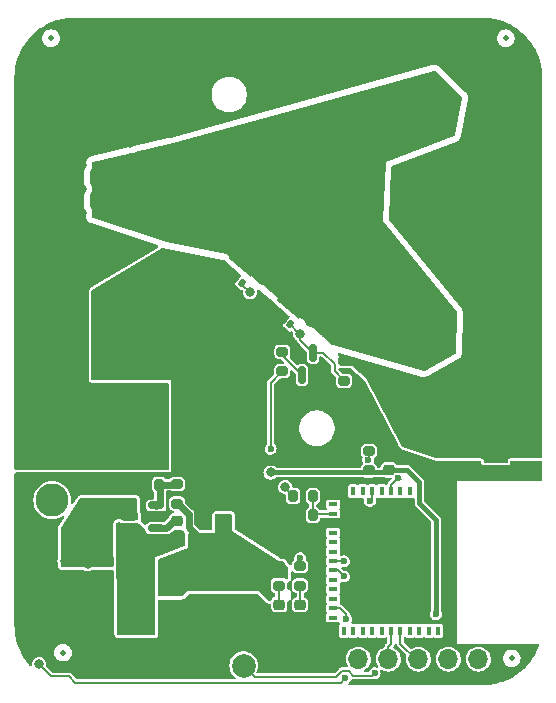
<source format=gbr>
%TF.GenerationSoftware,KiCad,Pcbnew,7.0.7*%
%TF.CreationDate,2023-09-08T11:43:04+10:00*%
%TF.ProjectId,JonoBro,4a6f6e6f-4272-46f2-9e6b-696361645f70,rev?*%
%TF.SameCoordinates,Original*%
%TF.FileFunction,Copper,L1,Top*%
%TF.FilePolarity,Positive*%
%FSLAX46Y46*%
G04 Gerber Fmt 4.6, Leading zero omitted, Abs format (unit mm)*
G04 Created by KiCad (PCBNEW 7.0.7) date 2023-09-08 11:43:04*
%MOMM*%
%LPD*%
G01*
G04 APERTURE LIST*
G04 Aperture macros list*
%AMRoundRect*
0 Rectangle with rounded corners*
0 $1 Rounding radius*
0 $2 $3 $4 $5 $6 $7 $8 $9 X,Y pos of 4 corners*
0 Add a 4 corners polygon primitive as box body*
4,1,4,$2,$3,$4,$5,$6,$7,$8,$9,$2,$3,0*
0 Add four circle primitives for the rounded corners*
1,1,$1+$1,$2,$3*
1,1,$1+$1,$4,$5*
1,1,$1+$1,$6,$7*
1,1,$1+$1,$8,$9*
0 Add four rect primitives between the rounded corners*
20,1,$1+$1,$2,$3,$4,$5,0*
20,1,$1+$1,$4,$5,$6,$7,0*
20,1,$1+$1,$6,$7,$8,$9,0*
20,1,$1+$1,$8,$9,$2,$3,0*%
%AMRotRect*
0 Rectangle, with rotation*
0 The origin of the aperture is its center*
0 $1 length*
0 $2 width*
0 $3 Rotation angle, in degrees counterclockwise*
0 Add horizontal line*
21,1,$1,$2,0,0,$3*%
%AMFreePoly0*
4,1,17,1.371000,0.720000,0.950000,0.720000,0.950000,0.580000,1.370000,0.580000,1.370000,0.080000,0.950000,0.080000,0.950000,-0.080000,1.370000,-0.080000,1.370000,-0.580000,0.950000,-0.580000,0.950000,-0.720000,1.370000,-0.720000,1.370000,-1.225000,-0.950000,-1.225000,-0.950000,1.225001,1.371000,1.225000,1.371000,0.720000,1.371000,0.720000,$1*%
%AMFreePoly1*
4,1,6,0.725000,-0.725000,-0.725000,-0.725000,-0.725000,0.125000,-0.125000,0.725000,0.725000,0.725000,0.725000,-0.725000,0.725000,-0.725000,$1*%
G04 Aperture macros list end*
%TA.AperFunction,SMDPad,CuDef*%
%ADD10C,0.500000*%
%TD*%
%TA.AperFunction,SMDPad,CuDef*%
%ADD11RoundRect,0.200000X0.275000X-0.200000X0.275000X0.200000X-0.275000X0.200000X-0.275000X-0.200000X0*%
%TD*%
%TA.AperFunction,SMDPad,CuDef*%
%ADD12RoundRect,0.225000X0.250000X-0.225000X0.250000X0.225000X-0.250000X0.225000X-0.250000X-0.225000X0*%
%TD*%
%TA.AperFunction,SMDPad,CuDef*%
%ADD13RoundRect,0.218750X0.256250X-0.218750X0.256250X0.218750X-0.256250X0.218750X-0.256250X-0.218750X0*%
%TD*%
%TA.AperFunction,ComponentPad*%
%ADD14R,1.700000X1.700000*%
%TD*%
%TA.AperFunction,ComponentPad*%
%ADD15O,1.700000X1.700000*%
%TD*%
%TA.AperFunction,SMDPad,CuDef*%
%ADD16RoundRect,0.200000X-0.275000X0.200000X-0.275000X-0.200000X0.275000X-0.200000X0.275000X0.200000X0*%
%TD*%
%TA.AperFunction,SMDPad,CuDef*%
%ADD17RoundRect,0.200000X-0.200000X-0.275000X0.200000X-0.275000X0.200000X0.275000X-0.200000X0.275000X0*%
%TD*%
%TA.AperFunction,SMDPad,CuDef*%
%ADD18RoundRect,0.250000X-0.550000X1.500000X-0.550000X-1.500000X0.550000X-1.500000X0.550000X1.500000X0*%
%TD*%
%TA.AperFunction,ComponentPad*%
%ADD19C,2.800000*%
%TD*%
%TA.AperFunction,SMDPad,CuDef*%
%ADD20R,1.200000X1.200000*%
%TD*%
%TA.AperFunction,ComponentPad*%
%ADD21R,2.000000X0.900000*%
%TD*%
%TA.AperFunction,ComponentPad*%
%ADD22R,4.100000X4.100000*%
%TD*%
%TA.AperFunction,ComponentPad*%
%ADD23C,4.100000*%
%TD*%
%TA.AperFunction,SMDPad,CuDef*%
%ADD24RotRect,0.630000X0.500000X50.000000*%
%TD*%
%TA.AperFunction,SMDPad,CuDef*%
%ADD25FreePoly0,50.000000*%
%TD*%
%TA.AperFunction,SMDPad,CuDef*%
%ADD26RoundRect,0.112500X0.053033X0.212132X-0.212132X-0.053033X-0.053033X-0.212132X0.212132X0.053033X0*%
%TD*%
%TA.AperFunction,SMDPad,CuDef*%
%ADD27R,0.400000X0.800000*%
%TD*%
%TA.AperFunction,SMDPad,CuDef*%
%ADD28R,0.800000X0.400000*%
%TD*%
%TA.AperFunction,SMDPad,CuDef*%
%ADD29FreePoly1,270.000000*%
%TD*%
%TA.AperFunction,SMDPad,CuDef*%
%ADD30R,1.450000X1.450000*%
%TD*%
%TA.AperFunction,SMDPad,CuDef*%
%ADD31R,0.700000X0.700000*%
%TD*%
%TA.AperFunction,SMDPad,CuDef*%
%ADD32RoundRect,0.200000X0.200000X0.275000X-0.200000X0.275000X-0.200000X-0.275000X0.200000X-0.275000X0*%
%TD*%
%TA.AperFunction,SMDPad,CuDef*%
%ADD33RoundRect,0.225000X-0.250000X0.225000X-0.250000X-0.225000X0.250000X-0.225000X0.250000X0.225000X0*%
%TD*%
%TA.AperFunction,SMDPad,CuDef*%
%ADD34RoundRect,0.150000X0.150000X-0.587500X0.150000X0.587500X-0.150000X0.587500X-0.150000X-0.587500X0*%
%TD*%
%TA.AperFunction,SMDPad,CuDef*%
%ADD35RoundRect,0.150000X0.512500X0.150000X-0.512500X0.150000X-0.512500X-0.150000X0.512500X-0.150000X0*%
%TD*%
%TA.AperFunction,SMDPad,CuDef*%
%ADD36R,1.500000X2.500000*%
%TD*%
%TA.AperFunction,SMDPad,CuDef*%
%ADD37C,2.000000*%
%TD*%
%TA.AperFunction,ViaPad*%
%ADD38C,0.800000*%
%TD*%
%TA.AperFunction,ViaPad*%
%ADD39C,0.600000*%
%TD*%
%TA.AperFunction,Conductor*%
%ADD40C,0.600000*%
%TD*%
%TA.AperFunction,Conductor*%
%ADD41C,0.200000*%
%TD*%
%TA.AperFunction,Conductor*%
%ADD42C,0.400000*%
%TD*%
%TA.AperFunction,Conductor*%
%ADD43C,0.500000*%
%TD*%
G04 APERTURE END LIST*
D10*
%TO.P,FID2,*%
%TO.N,*%
X160000000Y-65500000D03*
%TD*%
D11*
%TO.P,R8,1*%
%TO.N,MOSFET*%
X141088353Y-93678731D03*
%TO.P,R8,2*%
%TO.N,Net-(Q2-B)*%
X141088353Y-92028731D03*
%TD*%
D12*
%TO.P,C7,1*%
%TO.N,+3.3V*%
X134289908Y-108024973D03*
%TO.P,C7,2*%
%TO.N,GND*%
X134289908Y-106474973D03*
%TD*%
D13*
%TO.P,D2,1,K*%
%TO.N,GND*%
X140838353Y-115041231D03*
%TO.P,D2,2,A*%
%TO.N,Net-(D2-A)*%
X140838353Y-113466231D03*
%TD*%
D11*
%TO.P,R1,1*%
%TO.N,+3.3V*%
X132162395Y-104882780D03*
%TO.P,R1,2*%
%TO.N,Net-(U1-FB)*%
X132162395Y-103232780D03*
%TD*%
%TO.P,R6,1*%
%TO.N,Net-(D3-A)*%
X142588353Y-111828731D03*
%TO.P,R6,2*%
%TO.N,SYS_LED*%
X142588353Y-110178731D03*
%TD*%
D14*
%TO.P,J5,1,Pin_1*%
%TO.N,GND*%
X144974320Y-118053731D03*
D15*
%TO.P,J5,2,Pin_2*%
%TO.N,unconnected-(J5-Pin_2-Pad2)*%
X147514320Y-118053731D03*
%TO.P,J5,3,Pin_3*%
%TO.N,Net-(J5-Pin_3)*%
X150054320Y-118053731D03*
%TO.P,J5,4,Pin_4*%
%TO.N,Net-(J5-Pin_4)*%
X152594320Y-118053731D03*
%TO.P,J5,5,Pin_5*%
%TO.N,unconnected-(J5-Pin_5-Pad5)*%
X155134320Y-118053731D03*
%TO.P,J5,6,Pin_6*%
%TO.N,+3.3V*%
X157674320Y-118053731D03*
%TD*%
D16*
%TO.P,R9,1*%
%TO.N,+12V*%
X146288353Y-92828731D03*
%TO.P,R9,2*%
%TO.N,Net-(Q1-G)*%
X146288353Y-94478731D03*
%TD*%
D17*
%TO.P,R7,1*%
%TO.N,+12V*%
X142013353Y-104253731D03*
%TO.P,R7,2*%
%TO.N,VIn*%
X143663353Y-104253731D03*
%TD*%
D18*
%TO.P,C5,1*%
%TO.N,+3.3V*%
X136467663Y-109600687D03*
%TO.P,C5,2*%
%TO.N,GND*%
X136467663Y-115200687D03*
%TD*%
%TO.P,C1,1*%
%TO.N,+12V*%
X123567663Y-108053731D03*
%TO.P,C1,2*%
%TO.N,GND*%
X123567663Y-113453731D03*
%TD*%
D13*
%TO.P,D3,1,K*%
%TO.N,GND*%
X142588353Y-115041231D03*
%TO.P,D3,2,A*%
%TO.N,Net-(D3-A)*%
X142588353Y-113466231D03*
%TD*%
D19*
%TO.P,TP3,1,1*%
%TO.N,SWITCH*%
X121600000Y-104600000D03*
%TD*%
D12*
%TO.P,C8,1*%
%TO.N,+3.3V*%
X150088353Y-102028731D03*
%TO.P,C8,2*%
%TO.N,GND*%
X150088353Y-100478731D03*
%TD*%
D20*
%TO.P,D1,1,K*%
%TO.N,Net-(D1-K)*%
X128640199Y-114928152D03*
%TO.P,D1,2,A*%
%TO.N,GND*%
X131440199Y-114928152D03*
%TD*%
D21*
%TO.P,J1,1,Pin_1*%
%TO.N,+12V*%
X121850000Y-81571987D03*
D22*
X127850000Y-71221987D03*
D21*
X121850000Y-68071987D03*
D23*
%TO.P,J1,2,Pin_2*%
%TO.N,Net-(D4-A)*%
X127850000Y-78421987D03*
%TD*%
D11*
%TO.P,R3,1*%
%TO.N,Net-(D2-A)*%
X140838353Y-111828731D03*
%TO.P,R3,2*%
%TO.N,+3.3V*%
X140838353Y-110178731D03*
%TD*%
D24*
%TO.P,Q3,1,S*%
%TO.N,GND*%
X140249751Y-88470842D03*
%TO.P,Q3,2,S*%
X140740019Y-88882226D03*
%TO.P,Q3,3,S*%
X141245609Y-89306466D03*
%TO.P,Q3,4,G*%
%TO.N,Net-(Q1-G)*%
X141735877Y-89717850D03*
D25*
%TO.P,Q3,5,D*%
%TO.N,Net-(D4-A)*%
X142165901Y-87696315D03*
%TD*%
D12*
%TO.P,C3,1*%
%TO.N,+12V*%
X126067663Y-105175687D03*
%TO.P,C3,2*%
%TO.N,GND*%
X126067663Y-103625687D03*
%TD*%
D11*
%TO.P,R5,1*%
%TO.N,+3.3V*%
X148400825Y-102078731D03*
%TO.P,R5,2*%
%TO.N,Net-(U2-EN{slash}CHIP_PU)*%
X148400825Y-100428731D03*
%TD*%
D26*
%TO.P,D4,1,K*%
%TO.N,+12V*%
X153838507Y-84230679D03*
%TO.P,D4,2,A*%
%TO.N,Net-(D4-A)*%
X152353583Y-85715603D03*
%TD*%
D27*
%TO.P,U2,1,GND*%
%TO.N,GND*%
X154282962Y-103849122D03*
%TO.P,U2,2,GND*%
X153482962Y-103849122D03*
%TO.P,U2,3,3V3*%
%TO.N,+3.3V*%
X152682962Y-103849122D03*
%TO.P,U2,4,NC*%
%TO.N,unconnected-(U2-NC-Pad4)*%
X151882962Y-103849122D03*
%TO.P,U2,5,GPIO2/ADC1_CH2*%
%TO.N,unconnected-(U2-GPIO2{slash}ADC1_CH2-Pad5)*%
X151082962Y-103849122D03*
%TO.P,U2,6,GPIO3/ADC1_CH3*%
%TO.N,MOSFET*%
X150282962Y-103849122D03*
%TO.P,U2,7,NC*%
%TO.N,unconnected-(U2-NC-Pad7)*%
X149482962Y-103849122D03*
%TO.P,U2,8,EN/CHIP_PU*%
%TO.N,Net-(U2-EN{slash}CHIP_PU)*%
X148682962Y-103849122D03*
%TO.P,U2,9,NC*%
%TO.N,unconnected-(U2-NC-Pad9)*%
X147882962Y-103849122D03*
%TO.P,U2,10,NC*%
%TO.N,unconnected-(U2-NC-Pad10)*%
X147082962Y-103849122D03*
%TO.P,U2,11,GND*%
%TO.N,GND*%
X146282962Y-103849122D03*
D28*
%TO.P,U2,12,GPIO0/ADC1_CH0/XTAL_32K_P*%
%TO.N,unconnected-(U2-GPIO0{slash}ADC1_CH0{slash}XTAL_32K_P-Pad12)*%
X145382962Y-104949122D03*
%TO.P,U2,13,GPIO1/ADC1_CH1/XTAL_32K_N*%
%TO.N,VIn*%
X145382962Y-105749122D03*
%TO.P,U2,14,GND*%
%TO.N,GND*%
X145382962Y-106549122D03*
%TO.P,U2,15,NC*%
%TO.N,unconnected-(U2-NC-Pad15)*%
X145382962Y-107349122D03*
%TO.P,U2,16,GPIO10*%
%TO.N,unconnected-(U2-GPIO10-Pad16)*%
X145382962Y-108149122D03*
%TO.P,U2,17,NC*%
%TO.N,unconnected-(U2-NC-Pad17)*%
X145382962Y-108949122D03*
%TO.P,U2,18,GPIO4/ADC1_CH4*%
%TO.N,SYS_LED*%
X145382962Y-109749122D03*
%TO.P,U2,19,GPIO5/ADC2_CH0*%
%TO.N,SWITCH*%
X145382962Y-110549122D03*
%TO.P,U2,20,GPIO6*%
%TO.N,unconnected-(U2-GPIO6-Pad20)*%
X145382962Y-111349122D03*
%TO.P,U2,21,GPIO7*%
%TO.N,unconnected-(U2-GPIO7-Pad21)*%
X145382962Y-112149122D03*
%TO.P,U2,22,GPIO8*%
%TO.N,unconnected-(U2-GPIO8-Pad22)*%
X145382962Y-112949122D03*
%TO.P,U2,23,GPIO9*%
%TO.N,Net-(U2-GPIO9)*%
X145382962Y-113749122D03*
%TO.P,U2,24,NC*%
%TO.N,unconnected-(U2-NC-Pad24)*%
X145382962Y-114549122D03*
D27*
%TO.P,U2,25,NC*%
%TO.N,unconnected-(U2-NC-Pad25)*%
X146282962Y-115649122D03*
%TO.P,U2,26,GPIO18/USB_D-*%
%TO.N,unconnected-(U2-GPIO18{slash}USB_D--Pad26)*%
X147082962Y-115649122D03*
%TO.P,U2,27,GPIO19/USB_D+*%
%TO.N,unconnected-(U2-GPIO19{slash}USB_D+-Pad27)*%
X147882962Y-115649122D03*
%TO.P,U2,28,NC*%
%TO.N,unconnected-(U2-NC-Pad28)*%
X148682962Y-115649122D03*
%TO.P,U2,29,NC*%
%TO.N,unconnected-(U2-NC-Pad29)*%
X149482962Y-115649122D03*
%TO.P,U2,30,GPIO20/U0RXD*%
%TO.N,Net-(J5-Pin_3)*%
X150282962Y-115649122D03*
%TO.P,U2,31,GPIO21/U0TXD*%
%TO.N,Net-(J5-Pin_4)*%
X151082962Y-115649122D03*
%TO.P,U2,32,NC*%
%TO.N,unconnected-(U2-NC-Pad32)*%
X151882962Y-115649122D03*
%TO.P,U2,33,NC*%
%TO.N,unconnected-(U2-NC-Pad33)*%
X152682962Y-115649122D03*
%TO.P,U2,34,NC*%
%TO.N,unconnected-(U2-NC-Pad34)*%
X153482962Y-115649122D03*
%TO.P,U2,35,NC*%
%TO.N,unconnected-(U2-NC-Pad35)*%
X154282962Y-115649122D03*
D28*
%TO.P,U2,36,GND*%
%TO.N,GND*%
X155182962Y-114549122D03*
%TO.P,U2,37,GND*%
X155182962Y-113749122D03*
%TO.P,U2,38,GND*%
X155182962Y-112949122D03*
%TO.P,U2,39,GND*%
X155182962Y-112149122D03*
%TO.P,U2,40,GND*%
X155182962Y-111349122D03*
%TO.P,U2,41,GND*%
X155182962Y-110549122D03*
%TO.P,U2,42,GND*%
X155182962Y-109749122D03*
%TO.P,U2,43,GND*%
X155182962Y-108949122D03*
%TO.P,U2,44,GND*%
X155182962Y-108149122D03*
%TO.P,U2,45,GND*%
X155182962Y-107349122D03*
%TO.P,U2,46,GND*%
X155182962Y-106549122D03*
%TO.P,U2,47,GND*%
X155182962Y-105749122D03*
%TO.P,U2,48,GND*%
X155182962Y-104949122D03*
D29*
%TO.P,U2,49,GND*%
X152257962Y-107774122D03*
D30*
X150282962Y-107774122D03*
X148307962Y-107774122D03*
X152257962Y-109749122D03*
X150282962Y-109749122D03*
X148307962Y-109749122D03*
X152257962Y-111724122D03*
X150282962Y-111724122D03*
X148307962Y-111724122D03*
D31*
%TO.P,U2,50,GND*%
X155232962Y-115699122D03*
%TO.P,U2,51,GND*%
X145332962Y-115699122D03*
%TO.P,U2,52,GND*%
X145332962Y-103799122D03*
%TO.P,U2,53,GND*%
X155232962Y-103799122D03*
%TD*%
D32*
%TO.P,R2,1*%
%TO.N,Net-(U1-FB)*%
X130653448Y-103278427D03*
%TO.P,R2,2*%
%TO.N,GND*%
X129003448Y-103278427D03*
%TD*%
D33*
%TO.P,C4,1*%
%TO.N,Net-(U1-BST)*%
X132167663Y-106325687D03*
%TO.P,C4,2*%
%TO.N,Net-(D1-K)*%
X132167663Y-107875687D03*
%TD*%
D34*
%TO.P,Q2,1,B*%
%TO.N,Net-(Q2-B)*%
X142738353Y-93991231D03*
%TO.P,Q2,2,E*%
%TO.N,GND*%
X144638353Y-93991231D03*
%TO.P,Q2,3,C*%
%TO.N,Net-(Q1-G)*%
X143688353Y-92116231D03*
%TD*%
D10*
%TO.P,FID3,*%
%TO.N,*%
X160500000Y-118000000D03*
%TD*%
D35*
%TO.P,U1,1,BST*%
%TO.N,Net-(U1-BST)*%
X130405126Y-106946096D03*
%TO.P,U1,2,GND*%
%TO.N,GND*%
X130405126Y-105996096D03*
%TO.P,U1,3,FB*%
%TO.N,Net-(U1-FB)*%
X130405126Y-105046096D03*
%TO.P,U1,4,EN*%
%TO.N,+12V*%
X128130126Y-105046096D03*
%TO.P,U1,5,VIN*%
X128130126Y-105996096D03*
%TO.P,U1,6,LX*%
%TO.N,Net-(D1-K)*%
X128130126Y-106946096D03*
%TD*%
D10*
%TO.P,FID1,*%
%TO.N,*%
X121500000Y-65500000D03*
%TD*%
D21*
%TO.P,J2,1,Pin_1*%
%TO.N,+12V*%
X159138353Y-87503731D03*
D22*
X153138353Y-97853731D03*
D21*
X159138353Y-101003731D03*
D23*
%TO.P,J2,2,Pin_2*%
%TO.N,Net-(D4-A)*%
X153138353Y-90653731D03*
%TD*%
D12*
%TO.P,C6,1*%
%TO.N,+3.3V*%
X136088353Y-106528731D03*
%TO.P,C6,2*%
%TO.N,GND*%
X136088353Y-104978731D03*
%TD*%
D36*
%TO.P,L1,1,1*%
%TO.N,Net-(D1-K)*%
X128117663Y-111100687D03*
%TO.P,L1,2,2*%
%TO.N,+3.3V*%
X131817663Y-111100687D03*
%TD*%
D12*
%TO.P,C2,1*%
%TO.N,+12V*%
X124567663Y-105175687D03*
%TO.P,C2,2*%
%TO.N,GND*%
X124567663Y-103625687D03*
%TD*%
D10*
%TO.P,FID4,*%
%TO.N,*%
X122500000Y-117500000D03*
%TD*%
D37*
%TO.P,TP1,1,1*%
%TO.N,Net-(U2-GPIO9)*%
X137800000Y-118600000D03*
%TD*%
%TO.P,TP2,1,1*%
%TO.N,GND*%
X135000000Y-118600000D03*
%TD*%
D17*
%TO.P,R4,1*%
%TO.N,GND*%
X142021646Y-105871537D03*
%TO.P,R4,2*%
%TO.N,VIn*%
X143671646Y-105871537D03*
%TD*%
D21*
%TO.P,J4,1,Pin_1*%
%TO.N,+12V*%
X121950000Y-100950000D03*
D22*
X127950000Y-97800000D03*
D21*
X121950000Y-87450000D03*
D23*
%TO.P,J4,2,Pin_2*%
%TO.N,GND*%
X127950000Y-90600000D03*
%TD*%
D24*
%TO.P,Q1,1,S*%
%TO.N,GND*%
X136200213Y-84950405D03*
%TO.P,Q1,2,S*%
X136690481Y-85361789D03*
%TO.P,Q1,3,S*%
X137196071Y-85786029D03*
%TO.P,Q1,4,G*%
%TO.N,Net-(Q1-G)*%
X137686339Y-86197413D03*
D25*
%TO.P,Q1,5,D*%
%TO.N,Net-(D4-A)*%
X138116363Y-84175878D03*
%TD*%
D21*
%TO.P,J3,1,Pin_1*%
%TO.N,+12V*%
X159062574Y-68479017D03*
D22*
X153062574Y-78829017D03*
D21*
X159062574Y-81979017D03*
D23*
%TO.P,J3,2,Pin_2*%
%TO.N,Net-(D4-A)*%
X153062574Y-71629017D03*
%TD*%
D38*
%TO.N,+3.3V*%
X139588353Y-110253731D03*
D39*
X154088353Y-114253731D03*
D38*
X140088353Y-102253731D03*
D39*
%TO.N,MOSFET*%
X150901103Y-102728231D03*
X140088353Y-100253731D03*
D38*
%TO.N,+12V*%
X124800000Y-100600000D03*
X160088353Y-78253731D03*
X120500000Y-92262294D03*
X157088353Y-92253731D03*
X127690313Y-101105036D03*
X120500000Y-94253731D03*
X119500000Y-73000000D03*
X160088353Y-80253731D03*
X134088353Y-68253731D03*
X122088353Y-99253731D03*
X124088353Y-70253731D03*
X142088353Y-68253731D03*
X150688353Y-64653731D03*
X130088353Y-68253731D03*
X159088353Y-93253731D03*
X150688353Y-67053731D03*
X122682711Y-71327774D03*
X161634014Y-83253731D03*
X141338353Y-103503731D03*
X125088353Y-64809858D03*
X130658071Y-97203387D03*
X154088353Y-76253731D03*
X119205743Y-91500000D03*
X156088353Y-82253731D03*
X161634014Y-91253731D03*
X148088353Y-68253731D03*
X161634014Y-79253731D03*
X158088353Y-70253731D03*
X161634014Y-89253731D03*
X124088353Y-72253731D03*
X124088353Y-74253731D03*
X119500000Y-77500000D03*
X124088353Y-92253731D03*
X160088353Y-72253731D03*
X124088353Y-78253731D03*
X126088353Y-74253731D03*
X152338861Y-94837473D03*
X122682711Y-73253731D03*
X160088353Y-76253731D03*
X124088353Y-80253731D03*
X161634014Y-95253731D03*
X161634014Y-85253731D03*
X119205743Y-93500000D03*
X124088353Y-96253731D03*
X161634014Y-69253731D03*
X157088353Y-100253731D03*
X119500000Y-71000000D03*
X119205743Y-89232981D03*
X158088353Y-72253731D03*
X121088353Y-78253731D03*
X161634014Y-73253731D03*
X132728347Y-70231587D03*
X157088353Y-85253731D03*
X156088353Y-80253731D03*
X121088353Y-70253731D03*
X130088353Y-101105036D03*
X120314198Y-100253731D03*
X161634014Y-81253731D03*
X155088353Y-85253731D03*
X122088353Y-89253731D03*
X140088353Y-70253731D03*
X132728347Y-72253731D03*
X160088353Y-70253731D03*
X157088353Y-90253731D03*
X158088353Y-74253731D03*
X144088353Y-68253731D03*
X140088353Y-68253731D03*
X159091508Y-83593187D03*
X159088353Y-99253731D03*
X160088353Y-74253731D03*
X122640753Y-109728039D03*
X156088353Y-78253731D03*
X124600000Y-110000000D03*
X128088353Y-68253731D03*
X156532932Y-68359835D03*
X119205743Y-95500000D03*
X132088353Y-68253731D03*
X142088353Y-70253731D03*
X161634014Y-75253731D03*
X161634014Y-99253731D03*
X121088353Y-76253731D03*
X161634014Y-97253731D03*
X128000000Y-83200000D03*
X157088353Y-83593187D03*
X157088353Y-96253731D03*
X157088353Y-94253731D03*
X122682711Y-75253731D03*
X122682711Y-79253731D03*
X124088353Y-66253731D03*
X123423513Y-64809858D03*
X124088353Y-90253731D03*
X119500000Y-69000000D03*
X120500000Y-98253731D03*
X122088353Y-95253731D03*
X130710024Y-99575907D03*
X146088353Y-68253731D03*
X124088353Y-86253731D03*
X121500000Y-80000000D03*
X125088353Y-84253731D03*
X120500000Y-90237532D03*
X126088353Y-82253731D03*
X123088353Y-84253731D03*
X128213878Y-74320162D03*
X158088353Y-80253731D03*
X159088353Y-97253731D03*
X159088353Y-85253731D03*
X161634014Y-71253731D03*
X122682711Y-77253731D03*
X120314198Y-86253731D03*
X122088353Y-86253731D03*
X121088353Y-74253731D03*
X159088353Y-95253731D03*
X159088353Y-89253731D03*
X158088353Y-76253731D03*
X161634014Y-93253731D03*
X121088353Y-72253731D03*
X122088353Y-97253731D03*
X130277082Y-95211856D03*
X158088353Y-78253731D03*
X120500000Y-96253731D03*
X124088353Y-76253731D03*
X119205743Y-99000000D03*
X126534264Y-84400000D03*
X124088353Y-98253731D03*
X121088353Y-84253731D03*
X119500000Y-80000000D03*
X161634014Y-67198203D03*
X159088353Y-91253731D03*
X154511553Y-94837473D03*
X126088353Y-68253731D03*
X156088353Y-76253731D03*
X157088353Y-98253731D03*
X161634014Y-87253731D03*
X161634014Y-77253731D03*
X154088353Y-82253731D03*
X122088353Y-93253731D03*
X124088353Y-94253731D03*
X119500000Y-75500000D03*
X122088353Y-91253731D03*
X140088353Y-64453731D03*
X140888353Y-66653731D03*
D39*
%TO.N,SYS_LED*%
X146283741Y-109771572D03*
X142600305Y-109496581D03*
%TO.N,Net-(U2-EN{slash}CHIP_PU)*%
X148350650Y-101179231D03*
X148488353Y-104653731D03*
%TO.N,SWITCH*%
X146414570Y-119653731D03*
D38*
X120500000Y-118500000D03*
D39*
X146288353Y-111053731D03*
D38*
%TO.N,Net-(Q1-G)*%
X142588353Y-90503731D03*
X138338353Y-87003731D03*
D39*
%TO.N,Net-(U2-GPIO9)*%
X146488353Y-114653731D03*
X148888353Y-119253731D03*
D38*
%TO.N,Net-(D4-A)*%
X144088353Y-75253731D03*
X132652798Y-76446708D03*
X138088353Y-80253731D03*
X136088353Y-74253731D03*
X155253767Y-88988708D03*
X151677328Y-86868310D03*
X153000000Y-93000000D03*
X131000000Y-77500000D03*
X148088353Y-87253731D03*
X140088353Y-78253731D03*
X134088353Y-75653731D03*
X142088353Y-81253731D03*
X152088353Y-88253731D03*
X129050764Y-75661633D03*
X138088353Y-76253731D03*
X146088353Y-87253731D03*
X146088353Y-85253731D03*
X144088353Y-81253731D03*
X144088353Y-79253731D03*
X142088353Y-83253731D03*
X146088353Y-89253731D03*
X148088353Y-91253731D03*
X142088353Y-73253731D03*
X136088353Y-82253731D03*
X148088353Y-89253731D03*
X148088353Y-81253731D03*
X136088353Y-78253731D03*
X146088353Y-81253731D03*
X150088353Y-83253731D03*
X150088353Y-85253731D03*
X155050227Y-73211949D03*
X136088353Y-80253731D03*
X132652798Y-80253731D03*
X142088353Y-75253731D03*
X146088353Y-75253731D03*
X134088353Y-77253731D03*
X148088353Y-83253731D03*
X138088353Y-74253731D03*
X146088353Y-79253731D03*
X153743529Y-69110370D03*
X134088353Y-79253731D03*
X148088353Y-85253731D03*
X125699970Y-76518114D03*
X146088353Y-83253731D03*
X146088353Y-77253731D03*
X144088353Y-73253731D03*
X134088353Y-81253731D03*
X148088353Y-73253731D03*
X140716973Y-82086847D03*
X144088353Y-85253731D03*
X142088353Y-77253731D03*
X148088353Y-79253731D03*
X140242265Y-85910886D03*
X141059818Y-84855978D03*
X144088353Y-77253731D03*
X151661197Y-74609941D03*
X132652798Y-78253731D03*
X139088353Y-82253731D03*
X155540239Y-70725594D03*
X150088353Y-89253731D03*
X130688353Y-81353731D03*
X136088353Y-76253731D03*
X142088353Y-79253731D03*
X150088353Y-87253731D03*
X140088353Y-80253731D03*
X146088353Y-71253731D03*
X148088353Y-75253731D03*
X146088353Y-73253731D03*
X138088353Y-78253731D03*
X148088353Y-77253731D03*
X131000000Y-79500000D03*
X150088353Y-71253731D03*
X140088353Y-76253731D03*
X148088353Y-71253731D03*
X153985616Y-87713223D03*
X140088353Y-74253731D03*
X155150383Y-91780071D03*
X144088353Y-83253731D03*
X125564736Y-80079272D03*
%TD*%
D40*
%TO.N,Net-(U1-BST)*%
X132167663Y-106325686D02*
X131892663Y-106325687D01*
X131892663Y-106325687D02*
X131272254Y-106946096D01*
X131272254Y-106946096D02*
X130405126Y-106946096D01*
%TO.N,Net-(U1-FB)*%
X130717663Y-103275687D02*
X130692664Y-103300686D01*
X132167664Y-103275687D02*
X130717663Y-103275687D01*
X130692664Y-103300686D02*
X130692664Y-104725686D01*
X130692664Y-104725686D02*
X130367663Y-105050687D01*
D41*
%TO.N,Net-(D2-A)*%
X140838353Y-111828731D02*
X140838353Y-113466231D01*
D42*
%TO.N,+3.3V*%
X150038354Y-102078730D02*
X150088353Y-102028731D01*
X151645685Y-102028731D02*
X152684817Y-103067863D01*
X152682962Y-103849122D02*
X152682962Y-104848340D01*
X152684817Y-103067863D02*
X152684817Y-103867863D01*
D40*
X133142663Y-105800382D02*
X133142663Y-106877728D01*
D42*
X152682962Y-104848340D02*
X154088353Y-106253731D01*
X150088353Y-102028731D02*
X151645685Y-102028731D01*
D40*
X132162395Y-104882780D02*
X132225061Y-104882780D01*
X133142663Y-106877728D02*
X134289908Y-108024973D01*
D43*
X132197257Y-104925687D02*
X132167664Y-104925686D01*
D42*
X149863353Y-102253731D02*
X140088353Y-102253731D01*
D40*
X132225061Y-104882780D02*
X133142663Y-105800382D01*
D42*
X150088353Y-102028731D02*
X149863353Y-102253731D01*
X154088353Y-106253731D02*
X154088353Y-114253731D01*
D43*
%TO.N,GND*%
X129290198Y-103548223D02*
X129042662Y-103300687D01*
X129290198Y-105525687D02*
X129290198Y-103548223D01*
X130367663Y-106000687D02*
X129765198Y-106000687D01*
X129765198Y-106000687D02*
X129290198Y-105525687D01*
D41*
%TO.N,Net-(D3-A)*%
X142588353Y-111828731D02*
X142588353Y-113466231D01*
%TO.N,MOSFET*%
X151088353Y-102828231D02*
X151001103Y-102828231D01*
X140088353Y-94678731D02*
X140088353Y-100253731D01*
X151088353Y-102828231D02*
X151088353Y-102828231D01*
X150901103Y-102728231D02*
X150901103Y-102690981D01*
X151001103Y-102828231D02*
X150901103Y-102728231D01*
X141088353Y-93678731D02*
X140088353Y-94678731D01*
X150284817Y-103307267D02*
X150284817Y-103867863D01*
X150901103Y-102690981D02*
X150284817Y-103307267D01*
%TO.N,VIn*%
X143671646Y-104262024D02*
X143663353Y-104253731D01*
X143671646Y-105871537D02*
X143671646Y-104262024D01*
X145384817Y-105767863D02*
X143775320Y-105767863D01*
X143775320Y-105767863D02*
X143671646Y-105871537D01*
D40*
%TO.N,+12V*%
X123567663Y-108967663D02*
X123567663Y-108053731D01*
D41*
X141338353Y-103578731D02*
X142013353Y-104253731D01*
D40*
X123600000Y-108086068D02*
X123567663Y-108053731D01*
D41*
X141338353Y-103503731D02*
X141338353Y-103578731D01*
D40*
X122640753Y-109728039D02*
X123600000Y-108768792D01*
X124600000Y-110000000D02*
X123567663Y-108967663D01*
X123600000Y-108768792D02*
X123600000Y-108086068D01*
D41*
%TO.N,SYS_LED*%
X146287450Y-109767863D02*
X146324221Y-109767863D01*
X146324221Y-109767863D02*
X146338353Y-109753731D01*
X146280032Y-109767863D02*
X146283741Y-109771572D01*
X145384817Y-109767863D02*
X146280032Y-109767863D01*
X146283741Y-109771572D02*
X146287450Y-109767863D01*
X142588353Y-109503731D02*
X142588353Y-110178731D01*
%TO.N,Net-(U2-EN{slash}CHIP_PU)*%
X148682962Y-104459122D02*
X148682962Y-103849122D01*
X148400825Y-101129056D02*
X148400825Y-100428731D01*
X148350650Y-101179231D02*
X148400825Y-101129056D01*
X148488353Y-104653731D02*
X148682962Y-104459122D01*
%TO.N,SWITCH*%
X146288353Y-111053731D02*
X145783744Y-110549122D01*
X123553731Y-120053731D02*
X146014570Y-120053731D01*
X121500000Y-119500000D02*
X123000000Y-119500000D01*
X145783744Y-110549122D02*
X145382962Y-110549122D01*
X120500000Y-118500000D02*
X121500000Y-119500000D01*
X123000000Y-119500000D02*
X123553731Y-120053731D01*
X146014570Y-120053731D02*
X146414570Y-119653731D01*
%TO.N,Net-(Q1-G)*%
X142588353Y-90503731D02*
X142521758Y-90503731D01*
X144550853Y-92116231D02*
X143688353Y-92116231D01*
X137686339Y-86197413D02*
X137686339Y-86351717D01*
X142521758Y-90503731D02*
X141735877Y-89717850D01*
X145513353Y-93078731D02*
X144550853Y-92116231D01*
X145513353Y-93703731D02*
X145513353Y-93078731D01*
X146288353Y-94478731D02*
X145513353Y-93703731D01*
X137686339Y-86351717D02*
X138338353Y-87003731D01*
X146288353Y-94478731D02*
X146288353Y-94267335D01*
X142588353Y-90503731D02*
X142588353Y-91016231D01*
X142588353Y-91016231D02*
X143688353Y-92116231D01*
%TO.N,Net-(Q2-B)*%
X141088353Y-92341231D02*
X141088353Y-92028731D01*
X142738353Y-93991231D02*
X141088353Y-92341231D01*
%TO.N,Net-(J5-Pin_3)*%
X150282962Y-116743632D02*
X150282962Y-115649122D01*
X150295811Y-116756481D02*
X150282962Y-116743632D01*
X150054320Y-116997972D02*
X150295811Y-116756481D01*
X150054320Y-118253731D02*
X150054320Y-116997972D01*
%TO.N,Net-(J5-Pin_4)*%
X151082962Y-115649122D02*
X151082962Y-116742373D01*
X151082962Y-116742373D02*
X152594320Y-118253731D01*
%TO.N,Net-(U2-GPIO9)*%
X145629425Y-119548626D02*
X138748626Y-119548626D01*
X146688353Y-119053731D02*
X146124320Y-119053731D01*
X148888353Y-119253731D02*
X148688353Y-119453731D01*
X146124320Y-119053731D02*
X145629425Y-119548626D01*
X146488353Y-114254513D02*
X146488353Y-114653731D01*
X147088353Y-119453731D02*
X146688353Y-119053731D01*
X145382962Y-113749122D02*
X145982962Y-113749122D01*
X145982962Y-113749122D02*
X146488353Y-114254513D01*
X148688353Y-119453731D02*
X147088353Y-119453731D01*
X138748626Y-119548626D02*
X137800000Y-118600000D01*
%TD*%
%TA.AperFunction,Conductor*%
%TO.N,GND*%
G36*
X130925518Y-83260878D02*
G01*
X136062894Y-84248835D01*
X136108146Y-84270479D01*
X137559003Y-85498128D01*
X137591212Y-85550149D01*
X137586692Y-85611167D01*
X137559493Y-85647605D01*
X137559884Y-85648004D01*
X137557332Y-85650500D01*
X137557032Y-85650903D01*
X137556413Y-85651399D01*
X137556405Y-85651407D01*
X137126066Y-86164265D01*
X137126064Y-86164268D01*
X137097383Y-86216545D01*
X137088700Y-86295837D01*
X137111018Y-86372412D01*
X137111020Y-86372416D01*
X137148341Y-86418916D01*
X137148345Y-86418920D01*
X137561615Y-86765696D01*
X137561618Y-86765697D01*
X137561621Y-86765700D01*
X137613899Y-86794380D01*
X137657571Y-86799162D01*
X137713355Y-86824290D01*
X137743717Y-86877410D01*
X137744945Y-86910494D01*
X137732671Y-87003729D01*
X137732671Y-87003731D01*
X137753308Y-87160489D01*
X137753310Y-87160497D01*
X137813815Y-87306569D01*
X137813815Y-87306570D01*
X137880017Y-87392846D01*
X137910071Y-87432013D01*
X138035512Y-87528267D01*
X138035513Y-87528267D01*
X138035514Y-87528268D01*
X138148743Y-87575169D01*
X138181591Y-87588775D01*
X138299162Y-87604253D01*
X138338352Y-87609413D01*
X138338353Y-87609413D01*
X138338354Y-87609413D01*
X138369705Y-87605285D01*
X138495115Y-87588775D01*
X138641194Y-87528267D01*
X138766635Y-87432013D01*
X138862889Y-87306572D01*
X138923397Y-87160493D01*
X138944035Y-87003731D01*
X138928034Y-86882194D01*
X138939184Y-86822037D01*
X138983566Y-86779919D01*
X139044228Y-86771933D01*
X139090133Y-86793699D01*
X140029769Y-87588775D01*
X141666211Y-88973457D01*
X141698420Y-89025478D01*
X141693900Y-89086496D01*
X141659263Y-89127430D01*
X141660054Y-89128415D01*
X141654993Y-89132476D01*
X141654378Y-89133204D01*
X141653378Y-89133772D01*
X141605947Y-89171840D01*
X141605943Y-89171844D01*
X141175604Y-89684702D01*
X141175602Y-89684705D01*
X141146921Y-89736982D01*
X141138238Y-89816274D01*
X141160556Y-89892849D01*
X141160558Y-89892853D01*
X141197879Y-89939353D01*
X141197883Y-89939357D01*
X141611153Y-90286133D01*
X141611156Y-90286134D01*
X141611159Y-90286137D01*
X141663437Y-90314817D01*
X141742727Y-90323500D01*
X141819305Y-90301181D01*
X141819307Y-90301179D01*
X141821058Y-90300669D01*
X141882215Y-90302538D01*
X141918765Y-90325710D01*
X141961424Y-90368369D01*
X141989201Y-90422886D01*
X141989573Y-90451293D01*
X141982671Y-90503728D01*
X141982671Y-90503731D01*
X142003308Y-90660489D01*
X142003310Y-90660497D01*
X142063815Y-90806569D01*
X142063815Y-90806570D01*
X142156977Y-90927981D01*
X142160071Y-90932013D01*
X142184672Y-90950890D01*
X142251681Y-91002308D01*
X142286336Y-91052733D01*
X142290307Y-91076275D01*
X142290766Y-91086217D01*
X142290768Y-91086225D01*
X142294737Y-91095213D01*
X142301486Y-91117004D01*
X142303292Y-91126664D01*
X142320070Y-91153764D01*
X142323268Y-91159831D01*
X142335777Y-91188158D01*
X142336147Y-91188996D01*
X142343098Y-91195947D01*
X142357260Y-91213827D01*
X142361593Y-91220824D01*
X142362434Y-91222183D01*
X142387864Y-91241387D01*
X142393043Y-91245893D01*
X142590234Y-91443083D01*
X143158858Y-92011707D01*
X143186634Y-92066222D01*
X143187853Y-92081709D01*
X143187853Y-92736991D01*
X143193867Y-92778267D01*
X143197780Y-92805126D01*
X143224320Y-92859413D01*
X143249155Y-92910214D01*
X143331870Y-92992929D01*
X143385638Y-93019214D01*
X143436957Y-93044303D01*
X143436958Y-93044303D01*
X143436960Y-93044304D01*
X143505093Y-93054231D01*
X143505096Y-93054231D01*
X143871610Y-93054231D01*
X143871613Y-93054231D01*
X143939746Y-93044304D01*
X144044836Y-92992929D01*
X144127551Y-92910214D01*
X144178926Y-92805124D01*
X144188853Y-92736991D01*
X144188853Y-92515731D01*
X144207760Y-92457540D01*
X144257260Y-92421576D01*
X144287853Y-92416731D01*
X144385374Y-92416731D01*
X144443565Y-92435638D01*
X144455378Y-92445726D01*
X145183858Y-93174207D01*
X145211634Y-93228722D01*
X145212853Y-93244209D01*
X145212853Y-93638566D01*
X145210633Y-93652244D01*
X145211847Y-93652414D01*
X145210579Y-93661497D01*
X145212800Y-93709514D01*
X145212853Y-93711800D01*
X145212853Y-93731573D01*
X145213505Y-93735063D01*
X145214296Y-93741880D01*
X145215767Y-93773718D01*
X145215768Y-93773725D01*
X145219737Y-93782713D01*
X145226486Y-93804504D01*
X145228292Y-93814164D01*
X145245070Y-93841264D01*
X145248268Y-93847331D01*
X145261146Y-93876494D01*
X145261147Y-93876496D01*
X145268098Y-93883447D01*
X145282260Y-93901327D01*
X145287434Y-93909682D01*
X145287434Y-93909683D01*
X145312864Y-93928887D01*
X145318043Y-93933393D01*
X145583857Y-94199206D01*
X145611634Y-94253723D01*
X145612853Y-94269210D01*
X145612853Y-94710251D01*
X145612854Y-94710254D01*
X145627705Y-94804030D01*
X145627707Y-94804035D01*
X145685303Y-94917073D01*
X145775011Y-95006781D01*
X145888049Y-95064377D01*
X145981834Y-95079231D01*
X146594871Y-95079230D01*
X146594873Y-95079230D01*
X146594874Y-95079229D01*
X146642304Y-95071718D01*
X146688652Y-95064378D01*
X146688652Y-95064377D01*
X146688657Y-95064377D01*
X146801695Y-95006781D01*
X146891403Y-94917073D01*
X146948999Y-94804035D01*
X146963853Y-94710250D01*
X146963852Y-94247213D01*
X146948999Y-94153427D01*
X146891403Y-94040389D01*
X146801695Y-93950681D01*
X146688657Y-93893085D01*
X146688658Y-93893085D01*
X146594875Y-93878231D01*
X146594872Y-93878231D01*
X146153832Y-93878231D01*
X146095641Y-93859324D01*
X146083828Y-93849235D01*
X145842849Y-93608256D01*
X145815072Y-93553739D01*
X145813853Y-93538252D01*
X145813853Y-93518539D01*
X145832760Y-93460348D01*
X145882260Y-93424384D01*
X145928338Y-93420758D01*
X145981834Y-93429231D01*
X146594871Y-93429230D01*
X146594873Y-93429230D01*
X146594873Y-93429229D01*
X146688657Y-93414377D01*
X146716371Y-93400255D01*
X146776801Y-93390682D01*
X146826025Y-93413539D01*
X147364090Y-93878231D01*
X148071144Y-94488869D01*
X148074037Y-94491367D01*
X148097101Y-94520497D01*
X150876625Y-99847919D01*
X150887853Y-99893712D01*
X150887853Y-99923477D01*
X150887854Y-99923489D01*
X150899485Y-99981958D01*
X150899487Y-99981964D01*
X150911873Y-100000500D01*
X150943801Y-100048283D01*
X150947119Y-100050500D01*
X150980101Y-100072538D01*
X151012871Y-100109059D01*
X151088351Y-100253728D01*
X151088353Y-100253731D01*
X154088353Y-101253731D01*
X157838853Y-101253731D01*
X157897044Y-101272638D01*
X157933008Y-101322138D01*
X157937853Y-101352731D01*
X157937853Y-101473477D01*
X157937854Y-101473489D01*
X157949485Y-101531958D01*
X157949487Y-101531964D01*
X157961993Y-101550680D01*
X157993801Y-101598283D01*
X158060122Y-101642598D01*
X158104584Y-101651442D01*
X158118594Y-101654229D01*
X158118599Y-101654229D01*
X158118605Y-101654231D01*
X158118606Y-101654231D01*
X160158100Y-101654231D01*
X160158101Y-101654231D01*
X160216584Y-101642598D01*
X160282905Y-101598283D01*
X160327220Y-101531962D01*
X160338853Y-101473479D01*
X160338853Y-101352731D01*
X160357760Y-101294540D01*
X160407260Y-101258576D01*
X160437853Y-101253731D01*
X162988853Y-101253731D01*
X163047044Y-101272638D01*
X163083008Y-101322138D01*
X163087853Y-101352731D01*
X163087853Y-102864181D01*
X163068946Y-102922372D01*
X163019446Y-102958336D01*
X162988853Y-102963181D01*
X155895840Y-102963181D01*
X155895840Y-116753731D01*
X162718109Y-116753731D01*
X162776300Y-116772638D01*
X162812264Y-116822138D01*
X162812525Y-116882506D01*
X162803320Y-116911696D01*
X162802225Y-116914803D01*
X162721519Y-117121636D01*
X162645267Y-117305719D01*
X162644005Y-117308516D01*
X162546740Y-117507472D01*
X162454388Y-117684873D01*
X162453004Y-117687355D01*
X162339795Y-117877342D01*
X162232074Y-118046426D01*
X162230611Y-118048593D01*
X162102192Y-118228455D01*
X161979900Y-118387826D01*
X161978401Y-118389684D01*
X161835614Y-118558271D01*
X161699017Y-118707337D01*
X161541976Y-118864377D01*
X161392920Y-119000959D01*
X161224320Y-119143753D01*
X161222462Y-119145252D01*
X161063099Y-119267534D01*
X160883229Y-119395954D01*
X160881062Y-119397417D01*
X160711967Y-119505141D01*
X160521988Y-119618341D01*
X160519506Y-119619725D01*
X160342100Y-119712076D01*
X160143128Y-119809345D01*
X160140330Y-119810607D01*
X159956283Y-119886839D01*
X159749404Y-119967561D01*
X159746295Y-119968656D01*
X159617817Y-120009164D01*
X159557486Y-120028186D01*
X159550750Y-120030192D01*
X159343642Y-120091847D01*
X159340231Y-120092731D01*
X159149194Y-120135082D01*
X158928777Y-120181295D01*
X158925079Y-120181925D01*
X158736236Y-120206786D01*
X158507775Y-120235261D01*
X158503811Y-120235594D01*
X158339517Y-120242767D01*
X158086456Y-120253231D01*
X146744647Y-120253231D01*
X146686456Y-120234324D01*
X146650492Y-120184824D01*
X146650492Y-120123638D01*
X146686456Y-120074138D01*
X146691123Y-120070947D01*
X146745698Y-120035874D01*
X146839947Y-119927104D01*
X146897151Y-119801845D01*
X146938520Y-119756771D01*
X146998487Y-119744620D01*
X147022960Y-119750659D01*
X147032180Y-119754231D01*
X147042005Y-119754231D01*
X147064669Y-119756860D01*
X147074234Y-119759110D01*
X147101998Y-119755237D01*
X147105806Y-119754706D01*
X147112652Y-119754231D01*
X148623189Y-119754231D01*
X148636864Y-119756463D01*
X148637036Y-119755237D01*
X148646117Y-119756503D01*
X148646118Y-119756504D01*
X148646118Y-119756503D01*
X148646119Y-119756504D01*
X148654860Y-119756099D01*
X148694146Y-119754283D01*
X148696423Y-119754231D01*
X148716194Y-119754231D01*
X148716197Y-119754231D01*
X148719690Y-119753577D01*
X148726494Y-119752787D01*
X148758345Y-119751316D01*
X148758354Y-119751311D01*
X148759594Y-119751021D01*
X148762815Y-119751108D01*
X148767512Y-119750892D01*
X148767527Y-119751237D01*
X148810159Y-119752400D01*
X148816392Y-119754231D01*
X148816394Y-119754231D01*
X148960312Y-119754231D01*
X148960314Y-119754231D01*
X149098406Y-119713684D01*
X149219481Y-119635874D01*
X149313730Y-119527104D01*
X149373518Y-119396188D01*
X149382518Y-119333594D01*
X149394000Y-119253733D01*
X149394000Y-119253728D01*
X149373519Y-119111276D01*
X149369365Y-119102181D01*
X149356132Y-119073205D01*
X149349157Y-119012423D01*
X149379243Y-118959145D01*
X149434898Y-118933727D01*
X149492855Y-118944771D01*
X149650366Y-119028963D01*
X149788317Y-119070809D01*
X149848385Y-119089031D01*
X149848390Y-119089032D01*
X150054317Y-119109314D01*
X150054320Y-119109314D01*
X150054323Y-119109314D01*
X150260249Y-119089032D01*
X150260254Y-119089031D01*
X150458274Y-119028963D01*
X150640770Y-118931416D01*
X150800730Y-118800141D01*
X150932005Y-118640181D01*
X151029552Y-118457685D01*
X151089620Y-118259665D01*
X151089621Y-118259660D01*
X151109903Y-118053734D01*
X151109903Y-118053727D01*
X151089621Y-117847801D01*
X151089620Y-117847796D01*
X151071398Y-117787728D01*
X151029552Y-117649777D01*
X150932005Y-117467281D01*
X150800730Y-117307321D01*
X150724488Y-117244751D01*
X150640772Y-117176047D01*
X150538093Y-117121163D01*
X150495686Y-117077057D01*
X150487304Y-117016448D01*
X150508597Y-116970609D01*
X150514825Y-116963109D01*
X150516660Y-116960899D01*
X150519718Y-116957543D01*
X150527985Y-116949278D01*
X150534591Y-116939632D01*
X150537317Y-116936022D01*
X150562882Y-116905238D01*
X150563018Y-116904831D01*
X150575226Y-116880315D01*
X150575468Y-116879962D01*
X150584627Y-116841019D01*
X150585874Y-116836636D01*
X150595889Y-116806756D01*
X150632307Y-116757592D01*
X150690670Y-116739223D01*
X150748684Y-116758667D01*
X150781135Y-116804211D01*
X150781672Y-116803974D01*
X150782821Y-116806578D01*
X150784189Y-116808497D01*
X150785045Y-116811614D01*
X150789346Y-116821355D01*
X150796095Y-116843146D01*
X150797901Y-116852806D01*
X150814679Y-116879906D01*
X150817877Y-116885973D01*
X150829236Y-116911696D01*
X150830756Y-116915138D01*
X150837707Y-116922089D01*
X150851869Y-116939969D01*
X150857043Y-116948324D01*
X150857043Y-116948325D01*
X150882473Y-116967529D01*
X150887652Y-116972035D01*
X151564633Y-117649015D01*
X151592410Y-117703532D01*
X151589366Y-117747757D01*
X151559019Y-117847796D01*
X151559018Y-117847801D01*
X151538737Y-118053727D01*
X151538737Y-118053734D01*
X151559018Y-118259660D01*
X151559019Y-118259665D01*
X151619088Y-118457685D01*
X151716636Y-118640183D01*
X151842687Y-118793777D01*
X151847910Y-118800141D01*
X151849598Y-118801526D01*
X152007867Y-118931414D01*
X152007868Y-118931414D01*
X152007870Y-118931416D01*
X152190366Y-119028963D01*
X152328317Y-119070809D01*
X152388385Y-119089031D01*
X152388390Y-119089032D01*
X152594317Y-119109314D01*
X152594320Y-119109314D01*
X152594323Y-119109314D01*
X152800249Y-119089032D01*
X152800254Y-119089031D01*
X152800253Y-119089030D01*
X152998274Y-119028963D01*
X153180770Y-118931416D01*
X153340730Y-118800141D01*
X153472005Y-118640181D01*
X153569552Y-118457685D01*
X153629620Y-118259665D01*
X153629621Y-118259660D01*
X153649903Y-118053734D01*
X154078737Y-118053734D01*
X154099018Y-118259660D01*
X154099019Y-118259665D01*
X154159088Y-118457685D01*
X154256636Y-118640183D01*
X154382687Y-118793777D01*
X154387910Y-118800141D01*
X154389598Y-118801526D01*
X154547867Y-118931414D01*
X154547868Y-118931414D01*
X154547870Y-118931416D01*
X154730366Y-119028963D01*
X154868317Y-119070809D01*
X154928385Y-119089031D01*
X154928390Y-119089032D01*
X155134317Y-119109314D01*
X155134320Y-119109314D01*
X155134323Y-119109314D01*
X155340249Y-119089032D01*
X155340254Y-119089031D01*
X155340253Y-119089031D01*
X155538274Y-119028963D01*
X155720770Y-118931416D01*
X155880730Y-118800141D01*
X156012005Y-118640181D01*
X156109552Y-118457685D01*
X156169620Y-118259665D01*
X156169621Y-118259660D01*
X156189903Y-118053734D01*
X156618737Y-118053734D01*
X156639018Y-118259660D01*
X156639019Y-118259665D01*
X156699088Y-118457685D01*
X156796636Y-118640183D01*
X156922687Y-118793777D01*
X156927910Y-118800141D01*
X156929598Y-118801526D01*
X157087867Y-118931414D01*
X157087868Y-118931414D01*
X157087870Y-118931416D01*
X157270366Y-119028963D01*
X157408317Y-119070809D01*
X157468385Y-119089031D01*
X157468390Y-119089032D01*
X157674317Y-119109314D01*
X157674320Y-119109314D01*
X157674323Y-119109314D01*
X157880249Y-119089032D01*
X157880254Y-119089031D01*
X157880254Y-119089030D01*
X158078274Y-119028963D01*
X158260770Y-118931416D01*
X158420730Y-118800141D01*
X158552005Y-118640181D01*
X158649552Y-118457685D01*
X158709620Y-118259665D01*
X158709621Y-118259660D01*
X158729903Y-118053734D01*
X158729903Y-118053727D01*
X158724612Y-118000004D01*
X159744751Y-118000004D01*
X159763685Y-118168053D01*
X159763688Y-118168065D01*
X159819544Y-118327690D01*
X159819544Y-118327691D01*
X159909520Y-118470886D01*
X159909523Y-118470890D01*
X160029110Y-118590477D01*
X160029112Y-118590478D01*
X160029113Y-118590479D01*
X160116789Y-118645570D01*
X160172310Y-118680456D01*
X160211614Y-118694209D01*
X160331934Y-118736311D01*
X160331938Y-118736312D01*
X160331941Y-118736313D01*
X160331942Y-118736313D01*
X160331946Y-118736314D01*
X160499996Y-118755249D01*
X160500000Y-118755249D01*
X160500004Y-118755249D01*
X160668053Y-118736314D01*
X160668055Y-118736313D01*
X160668059Y-118736313D01*
X160827690Y-118680456D01*
X160970890Y-118590477D01*
X161090477Y-118470890D01*
X161180456Y-118327690D01*
X161236313Y-118168059D01*
X161237008Y-118161892D01*
X161255249Y-118000004D01*
X161255249Y-117999995D01*
X161236314Y-117831946D01*
X161236311Y-117831934D01*
X161186986Y-117690973D01*
X161180456Y-117672310D01*
X161155886Y-117633208D01*
X161090479Y-117529113D01*
X161090478Y-117529112D01*
X161090477Y-117529110D01*
X160970890Y-117409523D01*
X160970887Y-117409521D01*
X160970886Y-117409520D01*
X160827691Y-117319544D01*
X160668065Y-117263688D01*
X160668053Y-117263685D01*
X160500004Y-117244751D01*
X160499996Y-117244751D01*
X160331946Y-117263685D01*
X160331934Y-117263688D01*
X160172309Y-117319544D01*
X160172308Y-117319544D01*
X160029113Y-117409520D01*
X159909520Y-117529113D01*
X159819544Y-117672308D01*
X159819544Y-117672309D01*
X159763688Y-117831934D01*
X159763685Y-117831946D01*
X159744751Y-117999995D01*
X159744751Y-118000004D01*
X158724612Y-118000004D01*
X158709621Y-117847801D01*
X158709620Y-117847796D01*
X158691398Y-117787727D01*
X158649552Y-117649777D01*
X158552005Y-117467281D01*
X158420730Y-117307321D01*
X158344488Y-117244751D01*
X158260772Y-117176047D01*
X158078274Y-117078499D01*
X157880254Y-117018430D01*
X157880249Y-117018429D01*
X157674323Y-116998148D01*
X157674317Y-116998148D01*
X157468390Y-117018429D01*
X157468385Y-117018430D01*
X157270365Y-117078499D01*
X157087867Y-117176047D01*
X156927915Y-117307316D01*
X156927905Y-117307326D01*
X156796636Y-117467278D01*
X156699088Y-117649776D01*
X156639019Y-117847796D01*
X156639018Y-117847801D01*
X156618737Y-118053727D01*
X156618737Y-118053734D01*
X156189903Y-118053734D01*
X156189903Y-118053727D01*
X156169621Y-117847801D01*
X156169620Y-117847796D01*
X156151398Y-117787727D01*
X156109552Y-117649777D01*
X156012005Y-117467281D01*
X155880730Y-117307321D01*
X155804488Y-117244751D01*
X155720772Y-117176047D01*
X155538274Y-117078499D01*
X155340254Y-117018430D01*
X155340249Y-117018429D01*
X155134323Y-116998148D01*
X155134317Y-116998148D01*
X154928390Y-117018429D01*
X154928385Y-117018430D01*
X154730365Y-117078499D01*
X154547867Y-117176047D01*
X154387915Y-117307316D01*
X154387905Y-117307326D01*
X154256636Y-117467278D01*
X154159088Y-117649776D01*
X154099019Y-117847796D01*
X154099018Y-117847801D01*
X154078737Y-118053727D01*
X154078737Y-118053734D01*
X153649903Y-118053734D01*
X153649903Y-118053727D01*
X153629621Y-117847801D01*
X153629620Y-117847796D01*
X153611398Y-117787727D01*
X153569552Y-117649777D01*
X153472005Y-117467281D01*
X153340730Y-117307321D01*
X153264488Y-117244751D01*
X153180772Y-117176047D01*
X152998274Y-117078499D01*
X152800254Y-117018430D01*
X152800249Y-117018429D01*
X152594323Y-116998148D01*
X152594317Y-116998148D01*
X152388390Y-117018429D01*
X152388385Y-117018430D01*
X152190365Y-117078499D01*
X152190360Y-117078501D01*
X152029441Y-117164515D01*
X151969209Y-117175271D01*
X151914157Y-117148570D01*
X151912769Y-117147209D01*
X151412458Y-116646898D01*
X151384681Y-116592381D01*
X151383462Y-116576894D01*
X151383462Y-116276025D01*
X151402369Y-116217834D01*
X151427281Y-116193830D01*
X151427379Y-116193763D01*
X151427514Y-116193674D01*
X151427514Y-116193673D01*
X151427780Y-116193495D01*
X151486632Y-116176758D01*
X151537963Y-116193375D01*
X151538409Y-116193673D01*
X151538410Y-116193674D01*
X151604731Y-116237989D01*
X151649193Y-116246833D01*
X151663203Y-116249620D01*
X151663208Y-116249620D01*
X151663214Y-116249622D01*
X151663215Y-116249622D01*
X152102709Y-116249622D01*
X152102710Y-116249622D01*
X152161193Y-116237989D01*
X152227514Y-116193674D01*
X152227515Y-116193671D01*
X152227959Y-116193375D01*
X152286847Y-116176766D01*
X152337965Y-116193375D01*
X152338408Y-116193671D01*
X152338410Y-116193674D01*
X152404731Y-116237989D01*
X152449193Y-116246833D01*
X152463203Y-116249620D01*
X152463208Y-116249620D01*
X152463214Y-116249622D01*
X152463215Y-116249622D01*
X152902709Y-116249622D01*
X152902710Y-116249622D01*
X152961193Y-116237989D01*
X153027514Y-116193674D01*
X153027515Y-116193671D01*
X153027959Y-116193375D01*
X153086847Y-116176766D01*
X153137965Y-116193375D01*
X153138408Y-116193671D01*
X153138410Y-116193674D01*
X153204731Y-116237989D01*
X153249193Y-116246833D01*
X153263203Y-116249620D01*
X153263208Y-116249620D01*
X153263214Y-116249622D01*
X153263215Y-116249622D01*
X153702709Y-116249622D01*
X153702710Y-116249622D01*
X153761193Y-116237989D01*
X153827514Y-116193674D01*
X153827515Y-116193671D01*
X153827959Y-116193375D01*
X153886847Y-116176766D01*
X153937965Y-116193375D01*
X153938408Y-116193671D01*
X153938410Y-116193674D01*
X154004731Y-116237989D01*
X154049193Y-116246833D01*
X154063203Y-116249620D01*
X154063208Y-116249620D01*
X154063214Y-116249622D01*
X154063215Y-116249622D01*
X154502709Y-116249622D01*
X154502710Y-116249622D01*
X154561193Y-116237989D01*
X154627514Y-116193674D01*
X154671829Y-116127353D01*
X154683462Y-116068870D01*
X154683462Y-115229374D01*
X154671829Y-115170891D01*
X154627514Y-115104570D01*
X154627510Y-115104567D01*
X154561195Y-115060256D01*
X154561193Y-115060255D01*
X154561190Y-115060254D01*
X154561189Y-115060254D01*
X154502720Y-115048623D01*
X154502710Y-115048622D01*
X154063214Y-115048622D01*
X154063213Y-115048622D01*
X154063203Y-115048623D01*
X154004734Y-115060254D01*
X154004728Y-115060256D01*
X153937964Y-115104868D01*
X153879076Y-115121477D01*
X153827960Y-115104868D01*
X153761195Y-115060256D01*
X153761193Y-115060255D01*
X153761190Y-115060254D01*
X153761189Y-115060254D01*
X153702720Y-115048623D01*
X153702710Y-115048622D01*
X153263214Y-115048622D01*
X153263213Y-115048622D01*
X153263203Y-115048623D01*
X153204734Y-115060254D01*
X153204728Y-115060256D01*
X153137964Y-115104868D01*
X153079076Y-115121477D01*
X153027960Y-115104868D01*
X152961195Y-115060256D01*
X152961193Y-115060255D01*
X152961190Y-115060254D01*
X152961189Y-115060254D01*
X152902720Y-115048623D01*
X152902710Y-115048622D01*
X152463214Y-115048622D01*
X152463213Y-115048622D01*
X152463203Y-115048623D01*
X152404734Y-115060254D01*
X152404728Y-115060256D01*
X152337964Y-115104868D01*
X152279076Y-115121477D01*
X152227960Y-115104868D01*
X152161195Y-115060256D01*
X152161193Y-115060255D01*
X152161190Y-115060254D01*
X152161189Y-115060254D01*
X152102720Y-115048623D01*
X152102710Y-115048622D01*
X151663214Y-115048622D01*
X151663213Y-115048622D01*
X151663203Y-115048623D01*
X151604734Y-115060254D01*
X151604728Y-115060256D01*
X151537964Y-115104868D01*
X151479076Y-115121477D01*
X151427960Y-115104868D01*
X151361195Y-115060256D01*
X151361193Y-115060255D01*
X151361190Y-115060254D01*
X151361189Y-115060254D01*
X151302720Y-115048623D01*
X151302710Y-115048622D01*
X150863214Y-115048622D01*
X150863213Y-115048622D01*
X150863203Y-115048623D01*
X150804734Y-115060254D01*
X150804728Y-115060256D01*
X150737964Y-115104868D01*
X150679076Y-115121477D01*
X150627960Y-115104868D01*
X150561195Y-115060256D01*
X150561193Y-115060255D01*
X150561190Y-115060254D01*
X150561189Y-115060254D01*
X150502720Y-115048623D01*
X150502710Y-115048622D01*
X150063214Y-115048622D01*
X150063213Y-115048622D01*
X150063203Y-115048623D01*
X150004734Y-115060254D01*
X150004728Y-115060256D01*
X149937964Y-115104868D01*
X149879076Y-115121477D01*
X149827960Y-115104868D01*
X149761195Y-115060256D01*
X149761193Y-115060255D01*
X149761190Y-115060254D01*
X149761189Y-115060254D01*
X149702720Y-115048623D01*
X149702710Y-115048622D01*
X149263214Y-115048622D01*
X149263213Y-115048622D01*
X149263203Y-115048623D01*
X149204734Y-115060254D01*
X149204728Y-115060256D01*
X149137964Y-115104868D01*
X149079076Y-115121477D01*
X149027960Y-115104868D01*
X148961195Y-115060256D01*
X148961193Y-115060255D01*
X148961190Y-115060254D01*
X148961189Y-115060254D01*
X148902720Y-115048623D01*
X148902710Y-115048622D01*
X148463214Y-115048622D01*
X148463213Y-115048622D01*
X148463203Y-115048623D01*
X148404734Y-115060254D01*
X148404728Y-115060256D01*
X148337964Y-115104868D01*
X148279076Y-115121477D01*
X148227960Y-115104868D01*
X148161195Y-115060256D01*
X148161193Y-115060255D01*
X148161190Y-115060254D01*
X148161189Y-115060254D01*
X148102720Y-115048623D01*
X148102710Y-115048622D01*
X147663214Y-115048622D01*
X147663213Y-115048622D01*
X147663203Y-115048623D01*
X147604734Y-115060254D01*
X147604728Y-115060256D01*
X147537964Y-115104868D01*
X147479076Y-115121477D01*
X147427960Y-115104868D01*
X147361195Y-115060256D01*
X147361193Y-115060255D01*
X147361190Y-115060254D01*
X147361189Y-115060254D01*
X147302720Y-115048623D01*
X147302710Y-115048622D01*
X147012282Y-115048622D01*
X146954091Y-115029715D01*
X146918127Y-114980215D01*
X146918127Y-114919029D01*
X146922229Y-114908496D01*
X146973518Y-114796189D01*
X146973518Y-114796187D01*
X146994000Y-114653733D01*
X146994000Y-114653728D01*
X146973518Y-114511274D01*
X146913730Y-114380359D01*
X146913730Y-114380358D01*
X146819481Y-114271588D01*
X146819480Y-114271587D01*
X146814844Y-114266237D01*
X146816193Y-114265067D01*
X146789235Y-114220361D01*
X146786769Y-114202517D01*
X146785938Y-114184522D01*
X146781966Y-114175527D01*
X146775218Y-114153733D01*
X146774356Y-114149121D01*
X146773414Y-114144080D01*
X146756631Y-114116975D01*
X146753438Y-114110919D01*
X146743620Y-114088680D01*
X146740560Y-114081749D01*
X146733610Y-114074799D01*
X146719441Y-114056909D01*
X146714273Y-114048562D01*
X146714272Y-114048561D01*
X146688836Y-114029352D01*
X146683659Y-114024847D01*
X146241527Y-113582716D01*
X146233441Y-113571466D01*
X146232449Y-113572216D01*
X146226920Y-113564894D01*
X146191390Y-113532504D01*
X146189737Y-113530926D01*
X146175759Y-113516948D01*
X146172821Y-113514935D01*
X146167458Y-113510686D01*
X146143895Y-113489206D01*
X146134724Y-113485653D01*
X146114548Y-113475017D01*
X146106446Y-113469467D01*
X146106441Y-113469465D01*
X146075419Y-113462168D01*
X146068864Y-113460138D01*
X146039139Y-113448623D01*
X146039136Y-113448622D01*
X146039135Y-113448622D01*
X146039134Y-113448622D01*
X146029310Y-113448622D01*
X146006640Y-113445991D01*
X145989258Y-113441902D01*
X145936943Y-113410172D01*
X145913270Y-113353752D01*
X145927281Y-113294193D01*
X145929597Y-113290555D01*
X145971829Y-113227353D01*
X145983462Y-113168870D01*
X145983462Y-112729374D01*
X145971829Y-112670891D01*
X145927514Y-112604570D01*
X145927513Y-112604569D01*
X145927215Y-112604123D01*
X145910606Y-112545235D01*
X145927216Y-112494118D01*
X145927511Y-112493675D01*
X145927514Y-112493674D01*
X145971829Y-112427353D01*
X145983462Y-112368870D01*
X145983462Y-111929374D01*
X145971829Y-111870891D01*
X145927514Y-111804570D01*
X145927513Y-111804569D01*
X145927215Y-111804123D01*
X145910606Y-111745235D01*
X145927216Y-111694118D01*
X145927511Y-111693675D01*
X145927514Y-111693674D01*
X145971829Y-111627353D01*
X145977948Y-111596589D01*
X146007844Y-111543209D01*
X146063409Y-111517593D01*
X146102932Y-111520916D01*
X146216392Y-111554231D01*
X146216394Y-111554231D01*
X146360312Y-111554231D01*
X146360314Y-111554231D01*
X146498406Y-111513684D01*
X146619481Y-111435874D01*
X146713730Y-111327104D01*
X146773518Y-111196188D01*
X146783126Y-111129363D01*
X146794000Y-111053733D01*
X146794000Y-111053728D01*
X146773518Y-110911274D01*
X146735192Y-110827353D01*
X146713730Y-110780358D01*
X146619481Y-110671588D01*
X146619480Y-110671587D01*
X146619479Y-110671586D01*
X146498410Y-110593780D01*
X146498407Y-110593778D01*
X146498406Y-110593778D01*
X146498403Y-110593777D01*
X146360317Y-110553231D01*
X146360314Y-110553231D01*
X146253832Y-110553231D01*
X146195641Y-110534324D01*
X146183828Y-110524235D01*
X146089498Y-110429905D01*
X146061721Y-110375388D01*
X146071292Y-110314956D01*
X146114557Y-110271691D01*
X146174989Y-110262120D01*
X146187394Y-110264911D01*
X146211780Y-110272072D01*
X146211782Y-110272072D01*
X146355700Y-110272072D01*
X146355702Y-110272072D01*
X146493794Y-110231525D01*
X146614869Y-110153715D01*
X146709118Y-110044945D01*
X146768906Y-109914029D01*
X146789388Y-109771572D01*
X146784904Y-109740387D01*
X146768906Y-109629115D01*
X146742492Y-109571277D01*
X146709118Y-109498199D01*
X146614869Y-109389429D01*
X146614868Y-109389428D01*
X146614867Y-109389427D01*
X146493798Y-109311621D01*
X146493795Y-109311619D01*
X146493794Y-109311619D01*
X146493791Y-109311618D01*
X146355705Y-109271072D01*
X146355702Y-109271072D01*
X146211780Y-109271072D01*
X146211776Y-109271072D01*
X146104598Y-109302543D01*
X146043438Y-109300795D01*
X145994985Y-109263433D01*
X145977747Y-109204726D01*
X145979610Y-109188237D01*
X145983461Y-109168878D01*
X145983462Y-109168868D01*
X145983462Y-108729375D01*
X145983460Y-108729363D01*
X145980673Y-108715353D01*
X145971829Y-108670891D01*
X145927514Y-108604570D01*
X145927513Y-108604569D01*
X145927215Y-108604123D01*
X145910606Y-108545235D01*
X145927216Y-108494118D01*
X145927511Y-108493675D01*
X145927514Y-108493674D01*
X145971829Y-108427353D01*
X145983462Y-108368870D01*
X145983462Y-107929374D01*
X145971829Y-107870891D01*
X145927514Y-107804570D01*
X145927513Y-107804569D01*
X145927215Y-107804123D01*
X145910606Y-107745235D01*
X145927216Y-107694118D01*
X145927511Y-107693675D01*
X145927514Y-107693674D01*
X145971829Y-107627353D01*
X145983462Y-107568870D01*
X145983462Y-107129374D01*
X145971829Y-107070891D01*
X145927514Y-107004570D01*
X145867753Y-106964638D01*
X145861195Y-106960256D01*
X145861193Y-106960255D01*
X145861190Y-106960254D01*
X145861189Y-106960254D01*
X145802720Y-106948623D01*
X145802710Y-106948622D01*
X144963214Y-106948622D01*
X144963213Y-106948622D01*
X144963203Y-106948623D01*
X144904734Y-106960254D01*
X144904728Y-106960256D01*
X144838413Y-107004567D01*
X144838407Y-107004573D01*
X144794096Y-107070888D01*
X144794094Y-107070894D01*
X144782463Y-107129363D01*
X144782462Y-107129375D01*
X144782462Y-107568868D01*
X144782463Y-107568880D01*
X144794094Y-107627349D01*
X144794095Y-107627353D01*
X144838410Y-107693674D01*
X144838412Y-107693675D01*
X144838708Y-107694118D01*
X144855317Y-107753006D01*
X144838708Y-107804123D01*
X144794096Y-107870888D01*
X144794094Y-107870894D01*
X144782463Y-107929363D01*
X144782462Y-107929375D01*
X144782462Y-108368868D01*
X144782463Y-108368880D01*
X144794094Y-108427349D01*
X144794095Y-108427353D01*
X144838410Y-108493674D01*
X144838412Y-108493675D01*
X144838708Y-108494118D01*
X144855317Y-108553006D01*
X144838708Y-108604123D01*
X144794096Y-108670888D01*
X144794094Y-108670894D01*
X144782463Y-108729363D01*
X144782462Y-108729375D01*
X144782462Y-109168868D01*
X144782463Y-109168880D01*
X144794094Y-109227349D01*
X144794095Y-109227353D01*
X144838410Y-109293674D01*
X144838412Y-109293675D01*
X144838708Y-109294118D01*
X144855317Y-109353006D01*
X144838708Y-109404123D01*
X144794096Y-109470888D01*
X144794094Y-109470894D01*
X144782463Y-109529363D01*
X144782462Y-109529375D01*
X144782462Y-109968868D01*
X144782463Y-109968880D01*
X144794094Y-110027349D01*
X144794095Y-110027353D01*
X144838410Y-110093674D01*
X144838412Y-110093675D01*
X144838708Y-110094118D01*
X144855317Y-110153006D01*
X144838708Y-110204123D01*
X144794096Y-110270888D01*
X144794094Y-110270894D01*
X144782463Y-110329363D01*
X144782462Y-110329375D01*
X144782462Y-110768868D01*
X144782463Y-110768880D01*
X144794094Y-110827349D01*
X144794095Y-110827353D01*
X144838410Y-110893674D01*
X144838412Y-110893675D01*
X144838708Y-110894118D01*
X144855317Y-110953006D01*
X144838708Y-111004123D01*
X144794096Y-111070888D01*
X144794094Y-111070894D01*
X144782463Y-111129363D01*
X144782462Y-111129375D01*
X144782462Y-111568868D01*
X144782463Y-111568880D01*
X144793995Y-111626852D01*
X144794095Y-111627353D01*
X144838410Y-111693674D01*
X144838412Y-111693675D01*
X144838708Y-111694118D01*
X144855317Y-111753006D01*
X144838708Y-111804123D01*
X144794096Y-111870888D01*
X144794094Y-111870894D01*
X144782463Y-111929363D01*
X144782462Y-111929375D01*
X144782462Y-112368868D01*
X144782463Y-112368880D01*
X144794094Y-112427349D01*
X144794095Y-112427353D01*
X144838410Y-112493674D01*
X144838412Y-112493675D01*
X144838708Y-112494118D01*
X144855317Y-112553006D01*
X144838708Y-112604123D01*
X144794096Y-112670888D01*
X144794094Y-112670894D01*
X144782463Y-112729363D01*
X144782462Y-112729375D01*
X144782462Y-113168868D01*
X144782463Y-113168880D01*
X144791535Y-113214485D01*
X144794095Y-113227353D01*
X144838410Y-113293674D01*
X144838412Y-113293675D01*
X144838708Y-113294118D01*
X144855317Y-113353006D01*
X144838708Y-113404123D01*
X144794096Y-113470888D01*
X144794094Y-113470894D01*
X144782463Y-113529363D01*
X144782462Y-113529375D01*
X144782462Y-113968868D01*
X144782463Y-113968880D01*
X144794080Y-114027279D01*
X144794095Y-114027353D01*
X144838410Y-114093674D01*
X144838412Y-114093675D01*
X144838708Y-114094118D01*
X144855317Y-114153006D01*
X144838708Y-114204123D01*
X144794096Y-114270888D01*
X144794094Y-114270894D01*
X144782463Y-114329363D01*
X144782462Y-114329375D01*
X144782462Y-114768868D01*
X144782463Y-114768880D01*
X144794094Y-114827349D01*
X144794095Y-114827353D01*
X144838410Y-114893674D01*
X144904731Y-114937989D01*
X144949193Y-114946833D01*
X144963203Y-114949620D01*
X144963208Y-114949620D01*
X144963214Y-114949622D01*
X144963215Y-114949622D01*
X145802709Y-114949622D01*
X145802710Y-114949622D01*
X145802711Y-114949621D01*
X145802717Y-114949621D01*
X145828241Y-114944543D01*
X145845436Y-114941123D01*
X145906197Y-114948313D01*
X145951128Y-114989845D01*
X145963066Y-115049854D01*
X145942109Y-115095315D01*
X145943827Y-115096463D01*
X145894096Y-115170888D01*
X145894094Y-115170894D01*
X145882463Y-115229363D01*
X145882462Y-115229375D01*
X145882462Y-116068868D01*
X145882463Y-116068880D01*
X145894094Y-116127349D01*
X145894096Y-116127355D01*
X145933834Y-116186826D01*
X145938410Y-116193674D01*
X145938413Y-116193676D01*
X145992692Y-116229945D01*
X146004731Y-116237989D01*
X146049193Y-116246833D01*
X146063203Y-116249620D01*
X146063208Y-116249620D01*
X146063214Y-116249622D01*
X146063215Y-116249622D01*
X146502709Y-116249622D01*
X146502710Y-116249622D01*
X146561193Y-116237989D01*
X146627514Y-116193674D01*
X146627515Y-116193671D01*
X146627959Y-116193375D01*
X146686847Y-116176766D01*
X146737965Y-116193375D01*
X146738408Y-116193671D01*
X146738410Y-116193674D01*
X146804731Y-116237989D01*
X146849193Y-116246833D01*
X146863203Y-116249620D01*
X146863208Y-116249620D01*
X146863214Y-116249622D01*
X146863215Y-116249622D01*
X147302709Y-116249622D01*
X147302710Y-116249622D01*
X147361193Y-116237989D01*
X147427514Y-116193674D01*
X147427515Y-116193671D01*
X147427959Y-116193375D01*
X147486847Y-116176766D01*
X147537965Y-116193375D01*
X147538408Y-116193671D01*
X147538410Y-116193674D01*
X147604731Y-116237989D01*
X147649193Y-116246833D01*
X147663203Y-116249620D01*
X147663208Y-116249620D01*
X147663214Y-116249622D01*
X147663215Y-116249622D01*
X148102709Y-116249622D01*
X148102710Y-116249622D01*
X148161193Y-116237989D01*
X148227514Y-116193674D01*
X148227515Y-116193671D01*
X148227959Y-116193375D01*
X148286847Y-116176766D01*
X148337965Y-116193375D01*
X148338408Y-116193671D01*
X148338410Y-116193674D01*
X148404731Y-116237989D01*
X148449193Y-116246833D01*
X148463203Y-116249620D01*
X148463208Y-116249620D01*
X148463214Y-116249622D01*
X148463215Y-116249622D01*
X148902709Y-116249622D01*
X148902710Y-116249622D01*
X148961193Y-116237989D01*
X149027514Y-116193674D01*
X149027515Y-116193671D01*
X149027959Y-116193375D01*
X149086847Y-116176766D01*
X149137965Y-116193375D01*
X149138408Y-116193671D01*
X149138410Y-116193674D01*
X149204731Y-116237989D01*
X149249193Y-116246833D01*
X149263203Y-116249620D01*
X149263208Y-116249620D01*
X149263214Y-116249622D01*
X149263215Y-116249622D01*
X149702709Y-116249622D01*
X149702710Y-116249622D01*
X149761193Y-116237989D01*
X149827514Y-116193674D01*
X149827515Y-116193671D01*
X149827959Y-116193375D01*
X149886847Y-116176766D01*
X149938067Y-116193444D01*
X149938567Y-116193779D01*
X149976386Y-116241876D01*
X149982462Y-116276025D01*
X149982462Y-116603851D01*
X149963555Y-116662042D01*
X149953465Y-116673855D01*
X149887911Y-116739408D01*
X149876681Y-116747522D01*
X149877410Y-116748487D01*
X149870091Y-116754013D01*
X149837692Y-116789552D01*
X149836116Y-116791203D01*
X149822150Y-116805170D01*
X149822137Y-116805185D01*
X149820133Y-116808110D01*
X149815881Y-116813476D01*
X149794404Y-116837037D01*
X149794403Y-116837039D01*
X149790849Y-116846212D01*
X149780216Y-116866384D01*
X149774666Y-116874487D01*
X149774662Y-116874496D01*
X149767365Y-116905517D01*
X149765336Y-116912070D01*
X149753820Y-116941796D01*
X149753820Y-116951623D01*
X149751190Y-116974290D01*
X149746840Y-116992784D01*
X149744404Y-116992211D01*
X149727554Y-117036917D01*
X149678980Y-117069818D01*
X149650366Y-117078499D01*
X149650364Y-117078499D01*
X149650361Y-117078501D01*
X149467867Y-117176047D01*
X149307915Y-117307316D01*
X149307905Y-117307326D01*
X149176636Y-117467278D01*
X149079088Y-117649776D01*
X149019019Y-117847796D01*
X149019018Y-117847801D01*
X148998737Y-118053727D01*
X148998737Y-118053734D01*
X149019018Y-118259660D01*
X149019019Y-118259665D01*
X149058460Y-118389684D01*
X149079088Y-118457685D01*
X149176432Y-118639802D01*
X149177321Y-118641464D01*
X149188077Y-118701697D01*
X149161376Y-118756748D01*
X149107415Y-118785591D01*
X149062120Y-118783123D01*
X148960317Y-118753231D01*
X148960314Y-118753231D01*
X148816392Y-118753231D01*
X148816388Y-118753231D01*
X148678302Y-118793777D01*
X148678295Y-118793780D01*
X148557226Y-118871586D01*
X148493812Y-118944771D01*
X148462976Y-118980358D01*
X148410456Y-119095358D01*
X148369085Y-119140435D01*
X148320404Y-119153231D01*
X148081014Y-119153231D01*
X148022823Y-119134324D01*
X147986859Y-119084824D01*
X147986859Y-119023638D01*
X148022823Y-118974138D01*
X148034345Y-118966921D01*
X148100770Y-118931416D01*
X148260730Y-118800141D01*
X148392005Y-118640181D01*
X148489552Y-118457685D01*
X148549620Y-118259665D01*
X148549621Y-118259660D01*
X148569903Y-118053734D01*
X148569903Y-118053727D01*
X148549621Y-117847801D01*
X148549620Y-117847796D01*
X148531398Y-117787728D01*
X148489552Y-117649777D01*
X148392005Y-117467281D01*
X148260730Y-117307321D01*
X148184488Y-117244751D01*
X148100772Y-117176047D01*
X147918274Y-117078499D01*
X147720254Y-117018430D01*
X147720249Y-117018429D01*
X147514323Y-116998148D01*
X147514317Y-116998148D01*
X147308390Y-117018429D01*
X147308385Y-117018430D01*
X147110365Y-117078499D01*
X146927867Y-117176047D01*
X146767915Y-117307316D01*
X146767905Y-117307326D01*
X146636636Y-117467278D01*
X146539088Y-117649776D01*
X146479019Y-117847796D01*
X146479018Y-117847801D01*
X146458737Y-118053727D01*
X146458737Y-118053734D01*
X146479018Y-118259660D01*
X146479019Y-118259665D01*
X146518460Y-118389684D01*
X146539088Y-118457685D01*
X146610068Y-118590479D01*
X146619200Y-118607562D01*
X146629956Y-118667795D01*
X146603255Y-118722846D01*
X146549294Y-118751689D01*
X146531890Y-118753231D01*
X146189484Y-118753231D01*
X146175808Y-118750998D01*
X146175637Y-118752225D01*
X146166553Y-118750957D01*
X146126206Y-118752823D01*
X146118526Y-118753178D01*
X146116250Y-118753231D01*
X146096473Y-118753231D01*
X146092978Y-118753884D01*
X146086165Y-118754674D01*
X146054330Y-118756145D01*
X146054326Y-118756146D01*
X146045335Y-118760116D01*
X146023547Y-118766863D01*
X146013890Y-118768668D01*
X146013884Y-118768670D01*
X145986786Y-118785448D01*
X145980719Y-118788646D01*
X145951557Y-118801523D01*
X145951553Y-118801526D01*
X145944604Y-118808475D01*
X145926729Y-118822634D01*
X145918368Y-118827811D01*
X145899156Y-118853250D01*
X145894652Y-118858426D01*
X145533951Y-119219129D01*
X145479434Y-119246907D01*
X145463947Y-119248126D01*
X138978258Y-119248126D01*
X138920067Y-119229219D01*
X138884103Y-119179719D01*
X138884103Y-119118533D01*
X138889637Y-119104998D01*
X138905692Y-119072754D01*
X138924229Y-119035528D01*
X138985115Y-118821536D01*
X139005643Y-118600000D01*
X138985115Y-118378464D01*
X138924229Y-118164472D01*
X138825058Y-117965311D01*
X138690981Y-117787764D01*
X138526562Y-117637876D01*
X138337401Y-117520753D01*
X138129940Y-117440382D01*
X138129939Y-117440381D01*
X138129937Y-117440381D01*
X137911243Y-117399500D01*
X137688757Y-117399500D01*
X137470062Y-117440381D01*
X137400634Y-117467278D01*
X137262599Y-117520753D01*
X137080977Y-117633208D01*
X137073438Y-117637876D01*
X136909020Y-117787763D01*
X136774943Y-117965309D01*
X136774938Y-117965318D01*
X136675772Y-118164469D01*
X136675771Y-118164472D01*
X136614885Y-118378464D01*
X136594357Y-118600000D01*
X136614885Y-118821536D01*
X136675771Y-119035528D01*
X136774942Y-119234689D01*
X136909019Y-119412236D01*
X137073438Y-119562124D01*
X137073440Y-119562125D01*
X137086254Y-119570059D01*
X137125776Y-119616768D01*
X137130295Y-119677786D01*
X137098085Y-119729807D01*
X137041450Y-119752961D01*
X137034138Y-119753231D01*
X123719210Y-119753231D01*
X123661019Y-119734324D01*
X123649206Y-119724235D01*
X123258565Y-119333594D01*
X123250479Y-119322344D01*
X123249487Y-119323094D01*
X123243958Y-119315772D01*
X123208423Y-119283377D01*
X123206775Y-119281804D01*
X123192797Y-119267826D01*
X123192371Y-119267534D01*
X123189859Y-119265813D01*
X123184496Y-119261564D01*
X123160933Y-119240084D01*
X123151762Y-119236531D01*
X123131586Y-119225895D01*
X123123484Y-119220345D01*
X123123479Y-119220343D01*
X123092457Y-119213046D01*
X123085902Y-119211016D01*
X123056177Y-119199501D01*
X123056174Y-119199500D01*
X123056173Y-119199500D01*
X123056172Y-119199500D01*
X123046348Y-119199500D01*
X123023683Y-119196870D01*
X123014119Y-119194621D01*
X123014118Y-119194621D01*
X122982547Y-119199025D01*
X122975701Y-119199500D01*
X121665479Y-119199500D01*
X121607288Y-119180593D01*
X121595475Y-119170504D01*
X121119180Y-118694209D01*
X121091403Y-118639692D01*
X121091031Y-118611283D01*
X121092517Y-118600000D01*
X121105682Y-118500000D01*
X121085044Y-118343238D01*
X121024537Y-118197161D01*
X121024537Y-118197160D01*
X120928286Y-118071723D01*
X120928285Y-118071722D01*
X120928282Y-118071718D01*
X120928277Y-118071714D01*
X120928276Y-118071713D01*
X120834817Y-118000000D01*
X120802841Y-117975464D01*
X120802840Y-117975463D01*
X120802838Y-117975462D01*
X120656766Y-117914957D01*
X120656758Y-117914955D01*
X120500001Y-117894318D01*
X120499999Y-117894318D01*
X120343241Y-117914955D01*
X120343233Y-117914957D01*
X120197161Y-117975462D01*
X120197160Y-117975462D01*
X120071723Y-118071713D01*
X120071713Y-118071723D01*
X119975462Y-118197160D01*
X119975462Y-118197161D01*
X119914957Y-118343233D01*
X119914955Y-118343241D01*
X119894318Y-118499999D01*
X119894318Y-118500002D01*
X119902809Y-118564503D01*
X119891658Y-118624664D01*
X119847276Y-118666780D01*
X119786614Y-118674766D01*
X119732843Y-118645570D01*
X119731666Y-118644308D01*
X119727436Y-118639692D01*
X119650930Y-118556201D01*
X119511374Y-118391429D01*
X119509879Y-118389576D01*
X119508536Y-118387826D01*
X119384300Y-118225919D01*
X119258923Y-118050319D01*
X119257460Y-118048151D01*
X119146660Y-117874232D01*
X119036283Y-117688997D01*
X119034914Y-117686543D01*
X118939687Y-117503615D01*
X118937922Y-117500004D01*
X121744751Y-117500004D01*
X121763685Y-117668053D01*
X121763688Y-117668065D01*
X121819544Y-117827690D01*
X121819544Y-117827691D01*
X121909520Y-117970886D01*
X121909523Y-117970890D01*
X122029110Y-118090477D01*
X122029112Y-118090478D01*
X122029113Y-118090479D01*
X122152570Y-118168053D01*
X122172310Y-118180456D01*
X122236232Y-118202823D01*
X122331934Y-118236311D01*
X122331938Y-118236312D01*
X122331941Y-118236313D01*
X122331942Y-118236313D01*
X122331946Y-118236314D01*
X122499996Y-118255249D01*
X122500000Y-118255249D01*
X122500004Y-118255249D01*
X122668053Y-118236314D01*
X122668055Y-118236313D01*
X122668059Y-118236313D01*
X122827690Y-118180456D01*
X122970890Y-118090477D01*
X123090477Y-117970890D01*
X123180456Y-117827690D01*
X123236313Y-117668059D01*
X123252911Y-117520753D01*
X123255249Y-117500004D01*
X123255249Y-117499995D01*
X123236314Y-117331946D01*
X123236311Y-117331934D01*
X123192214Y-117205914D01*
X123180456Y-117172310D01*
X123118049Y-117072991D01*
X123090479Y-117029113D01*
X123090478Y-117029112D01*
X123090477Y-117029110D01*
X122970890Y-116909523D01*
X122970887Y-116909521D01*
X122970886Y-116909520D01*
X122827691Y-116819544D01*
X122668065Y-116763688D01*
X122668053Y-116763685D01*
X122500004Y-116744751D01*
X122499996Y-116744751D01*
X122331946Y-116763685D01*
X122331934Y-116763688D01*
X122172309Y-116819544D01*
X122172308Y-116819544D01*
X122029113Y-116909520D01*
X121909520Y-117029113D01*
X121819544Y-117172308D01*
X121819544Y-117172309D01*
X121763688Y-117331934D01*
X121763685Y-117331946D01*
X121744751Y-117499995D01*
X121744751Y-117500004D01*
X118937922Y-117500004D01*
X118921924Y-117467281D01*
X118845064Y-117310064D01*
X118843849Y-117307370D01*
X118764891Y-117116753D01*
X118686678Y-116916311D01*
X118685591Y-116913224D01*
X118623524Y-116716375D01*
X118619972Y-116704447D01*
X118562223Y-116510474D01*
X118561361Y-116507148D01*
X118516604Y-116305270D01*
X118515572Y-116300347D01*
X118472625Y-116095531D01*
X118472007Y-116091900D01*
X118444892Y-115885954D01*
X118418531Y-115674485D01*
X118418201Y-115670551D01*
X118408902Y-115457626D01*
X118400500Y-115254493D01*
X118400500Y-104600000D01*
X119994551Y-104600000D01*
X120014316Y-104851146D01*
X120073127Y-105096113D01*
X120169532Y-105328856D01*
X120169535Y-105328862D01*
X120301162Y-105543656D01*
X120301168Y-105543664D01*
X120451134Y-105719252D01*
X120464776Y-105735224D01*
X120464782Y-105735229D01*
X120464785Y-105735232D01*
X120642820Y-105887288D01*
X120656341Y-105898836D01*
X120656343Y-105898837D01*
X120871137Y-106030464D01*
X120871143Y-106030467D01*
X120886616Y-106036876D01*
X121021088Y-106092576D01*
X121103887Y-106126872D01*
X121103889Y-106126873D01*
X121348852Y-106185683D01*
X121600000Y-106205449D01*
X121851148Y-106185683D01*
X122096111Y-106126873D01*
X122328859Y-106030466D01*
X122473948Y-105941554D01*
X122533442Y-105927271D01*
X122589970Y-105950685D01*
X122621939Y-106002854D01*
X122617139Y-106063851D01*
X122608793Y-106079747D01*
X122122835Y-106830781D01*
X122092197Y-106897594D01*
X122092196Y-106897599D01*
X122072514Y-106964629D01*
X122072512Y-106964638D01*
X122062163Y-107036613D01*
X122062163Y-109536002D01*
X122056444Y-109564751D01*
X122057389Y-109565005D01*
X122055709Y-109571274D01*
X122035071Y-109728038D01*
X122035071Y-109728039D01*
X122055708Y-109884801D01*
X122057388Y-109891067D01*
X122056443Y-109891320D01*
X122062163Y-109920074D01*
X122062163Y-110126683D01*
X122062162Y-110126683D01*
X122068003Y-110181009D01*
X122079207Y-110232508D01*
X122079207Y-110232507D01*
X122086443Y-110258885D01*
X122086445Y-110258889D01*
X122135770Y-110345508D01*
X122135780Y-110345521D01*
X122181521Y-110398310D01*
X122181523Y-110398312D01*
X122181528Y-110398317D01*
X122181530Y-110398319D01*
X122193898Y-110410253D01*
X122214304Y-110429944D01*
X122214307Y-110429946D01*
X122302637Y-110476151D01*
X122302639Y-110476152D01*
X122369678Y-110495837D01*
X122409669Y-110501587D01*
X122441659Y-110506187D01*
X122441663Y-110506187D01*
X124239641Y-110506187D01*
X124290689Y-110522773D01*
X124291544Y-110521294D01*
X124297161Y-110524537D01*
X124368388Y-110554040D01*
X124443238Y-110585044D01*
X124560809Y-110600522D01*
X124599999Y-110605682D01*
X124600000Y-110605682D01*
X124600001Y-110605682D01*
X124632381Y-110601419D01*
X124756762Y-110585044D01*
X124902841Y-110524536D01*
X124902844Y-110524533D01*
X124908456Y-110521294D01*
X124909601Y-110523278D01*
X124957763Y-110506221D01*
X124960359Y-110506187D01*
X126675088Y-110506187D01*
X126675088Y-110506186D01*
X126694307Y-110504069D01*
X126754219Y-110516488D01*
X126795389Y-110561750D01*
X126804146Y-110601419D01*
X126860870Y-115930720D01*
X126866989Y-115983648D01*
X126878188Y-116033838D01*
X126885128Y-116058878D01*
X126885129Y-116058879D01*
X126885130Y-116058881D01*
X126885131Y-116058884D01*
X126934462Y-116145513D01*
X126934462Y-116145514D01*
X126934467Y-116145520D01*
X126980208Y-116198309D01*
X126980210Y-116198311D01*
X127012991Y-116229943D01*
X127012994Y-116229945D01*
X127101085Y-116276025D01*
X127101326Y-116276151D01*
X127168365Y-116295836D01*
X127208356Y-116301585D01*
X127240346Y-116306186D01*
X127240350Y-116306186D01*
X130193659Y-116306186D01*
X130193663Y-116306186D01*
X130247976Y-116300347D01*
X130268712Y-116295836D01*
X130299484Y-116289142D01*
X130299483Y-116289142D01*
X130325861Y-116281905D01*
X130325865Y-116281903D01*
X130412484Y-116232578D01*
X130412484Y-116232577D01*
X130412491Y-116232574D01*
X130465295Y-116186819D01*
X130496920Y-116154045D01*
X130543128Y-116065710D01*
X130562813Y-115998671D01*
X130573163Y-115926686D01*
X130573162Y-113103469D01*
X130592069Y-113045279D01*
X130641569Y-113009315D01*
X130686251Y-113005478D01*
X130702662Y-113007837D01*
X130712351Y-113009231D01*
X130712353Y-113009231D01*
X132543835Y-113009231D01*
X132545352Y-113009149D01*
X132557501Y-113008498D01*
X132590663Y-113004933D01*
X132685797Y-112975144D01*
X132747120Y-112941659D01*
X132805338Y-112898078D01*
X133165187Y-112538227D01*
X133219704Y-112510450D01*
X133235191Y-112509231D01*
X138941513Y-112509231D01*
X138999704Y-112528138D01*
X139011517Y-112538227D01*
X139764402Y-113291112D01*
X139767958Y-113294193D01*
X139791949Y-113314981D01*
X139820202Y-113336131D01*
X139827597Y-113341463D01*
X139827598Y-113341463D01*
X139827599Y-113341464D01*
X139918995Y-113381250D01*
X139918998Y-113381251D01*
X139919003Y-113381253D01*
X139956971Y-113389513D01*
X139987278Y-113396107D01*
X139987277Y-113396107D01*
X140032464Y-113401783D01*
X140032465Y-113401782D01*
X140032467Y-113401783D01*
X140048017Y-113399263D01*
X140108482Y-113408618D01*
X140151901Y-113451727D01*
X140162853Y-113496988D01*
X140162853Y-113717979D01*
X140178402Y-113816150D01*
X140178403Y-113816154D01*
X140228627Y-113914723D01*
X140238695Y-113934482D01*
X140332602Y-114028389D01*
X140450933Y-114088682D01*
X140517483Y-114099222D01*
X140549104Y-114104231D01*
X140549107Y-114104231D01*
X141127602Y-114104231D01*
X141156156Y-114099707D01*
X141225773Y-114088682D01*
X141344104Y-114028389D01*
X141438011Y-113934482D01*
X141498304Y-113816151D01*
X141513853Y-113717977D01*
X141513853Y-113236304D01*
X141532760Y-113178113D01*
X141582260Y-113142149D01*
X141590068Y-113139961D01*
X141596551Y-113138430D01*
X141683181Y-113089099D01*
X141735985Y-113043344D01*
X141763808Y-113014509D01*
X141817816Y-112985765D01*
X141836352Y-112988362D01*
X141825696Y-112977706D01*
X141816125Y-112917274D01*
X141818914Y-112904879D01*
X141833503Y-112855196D01*
X141840914Y-112803650D01*
X141843853Y-112783215D01*
X141843853Y-112483704D01*
X141843853Y-112483702D01*
X141836130Y-112421359D01*
X141821576Y-112363516D01*
X141825713Y-112302472D01*
X141844280Y-112280247D01*
X141833577Y-112283725D01*
X141775387Y-112264814D01*
X141756629Y-112247007D01*
X141755475Y-112245581D01*
X141706404Y-112195839D01*
X141671658Y-112166397D01*
X141576076Y-112124019D01*
X141576678Y-112122661D01*
X141532459Y-112090184D01*
X141513852Y-112032410D01*
X141513852Y-111626851D01*
X141532759Y-111568661D01*
X141582259Y-111532697D01*
X141590075Y-111530508D01*
X141596551Y-111528978D01*
X141683181Y-111479647D01*
X141735985Y-111433892D01*
X141754438Y-111414768D01*
X141903803Y-111414768D01*
X141919710Y-111430116D01*
X141930360Y-111490367D01*
X141928491Y-111498473D01*
X141912853Y-111597208D01*
X141912853Y-112060251D01*
X141912854Y-112060254D01*
X141927706Y-112154037D01*
X141927739Y-112154138D01*
X141927738Y-112154243D01*
X141928925Y-112161732D01*
X141927738Y-112161919D01*
X141927736Y-112215323D01*
X141906043Y-112245175D01*
X141924278Y-112240588D01*
X141981057Y-112263386D01*
X141987576Y-112269346D01*
X142075011Y-112356781D01*
X142188049Y-112414377D01*
X142204339Y-112416957D01*
X142258856Y-112444734D01*
X142286634Y-112499250D01*
X142287853Y-112514738D01*
X142287853Y-112745459D01*
X142268946Y-112803650D01*
X142219446Y-112839614D01*
X142204347Y-112843239D01*
X142202811Y-112843482D01*
X142200931Y-112843780D01*
X142082602Y-112904073D01*
X142082600Y-112904074D01*
X141983909Y-113002765D01*
X141929393Y-113030542D01*
X141913389Y-113028007D01*
X141922440Y-113036740D01*
X141933089Y-113096992D01*
X141929206Y-113113833D01*
X141928403Y-113116305D01*
X141912853Y-113214482D01*
X141912853Y-113717979D01*
X141928402Y-113816150D01*
X141928403Y-113816154D01*
X141978627Y-113914723D01*
X141988695Y-113934482D01*
X142082602Y-114028389D01*
X142200933Y-114088682D01*
X142267483Y-114099222D01*
X142299104Y-114104231D01*
X142299107Y-114104231D01*
X142877602Y-114104231D01*
X142906156Y-114099707D01*
X142975773Y-114088682D01*
X143094104Y-114028389D01*
X143188011Y-113934482D01*
X143248304Y-113816151D01*
X143263853Y-113717977D01*
X143263853Y-113214485D01*
X143248304Y-113116311D01*
X143188011Y-112997980D01*
X143094104Y-112904073D01*
X142975773Y-112843780D01*
X142975776Y-112843780D01*
X142973563Y-112843430D01*
X142972361Y-112843239D01*
X142969284Y-112841671D01*
X142968365Y-112841373D01*
X142968412Y-112841227D01*
X142917847Y-112815460D01*
X142890071Y-112760942D01*
X142888853Y-112745459D01*
X142888853Y-112514738D01*
X142907760Y-112456547D01*
X142957260Y-112420583D01*
X142972365Y-112416957D01*
X142988657Y-112414377D01*
X143101695Y-112356781D01*
X143191403Y-112267073D01*
X143248999Y-112154035D01*
X143263853Y-112060250D01*
X143263852Y-111597213D01*
X143257045Y-111554230D01*
X143249000Y-111503431D01*
X143248999Y-111503429D01*
X143248999Y-111503427D01*
X143191403Y-111390389D01*
X143101695Y-111300681D01*
X142988657Y-111243085D01*
X142988658Y-111243085D01*
X142894875Y-111228231D01*
X142281832Y-111228231D01*
X142281829Y-111228232D01*
X142188053Y-111243083D01*
X142188048Y-111243085D01*
X142075011Y-111300681D01*
X142075009Y-111300682D01*
X141984546Y-111391145D01*
X141930030Y-111418922D01*
X141903803Y-111414768D01*
X141754438Y-111414768D01*
X141761079Y-111407885D01*
X141815086Y-111379141D01*
X141843347Y-111383100D01*
X141826333Y-111366086D01*
X141816762Y-111305653D01*
X141819554Y-111293247D01*
X141833503Y-111245744D01*
X141840628Y-111196187D01*
X141843853Y-111173763D01*
X141843853Y-110714630D01*
X141862760Y-110656439D01*
X141912260Y-110620475D01*
X141973446Y-110620475D01*
X142012854Y-110644624D01*
X142075011Y-110706781D01*
X142188049Y-110764377D01*
X142281834Y-110779231D01*
X142894871Y-110779230D01*
X142894873Y-110779230D01*
X142894874Y-110779229D01*
X142960300Y-110768868D01*
X142988652Y-110764378D01*
X142988652Y-110764377D01*
X142988657Y-110764377D01*
X143101695Y-110706781D01*
X143191403Y-110617073D01*
X143248999Y-110504035D01*
X143263853Y-110410250D01*
X143263852Y-109947213D01*
X143263851Y-109947209D01*
X143263851Y-109947207D01*
X143249000Y-109853431D01*
X143248999Y-109853429D01*
X143248999Y-109853427D01*
X143191403Y-109740389D01*
X143121084Y-109670070D01*
X143093309Y-109615556D01*
X143093098Y-109585983D01*
X143105952Y-109496581D01*
X143102258Y-109470891D01*
X143085470Y-109354124D01*
X143027575Y-109227353D01*
X143025682Y-109223208D01*
X142931433Y-109114438D01*
X142931432Y-109114437D01*
X142931431Y-109114436D01*
X142810362Y-109036630D01*
X142810359Y-109036628D01*
X142810358Y-109036628D01*
X142810355Y-109036627D01*
X142672269Y-108996081D01*
X142672266Y-108996081D01*
X142528344Y-108996081D01*
X142528340Y-108996081D01*
X142390254Y-109036627D01*
X142390247Y-109036630D01*
X142269178Y-109114436D01*
X142174927Y-109223209D01*
X142115139Y-109354124D01*
X142094658Y-109496578D01*
X142094658Y-109496584D01*
X142104506Y-109565082D01*
X142094073Y-109625371D01*
X142076518Y-109649173D01*
X141985304Y-109740387D01*
X141985303Y-109740389D01*
X141927707Y-109853426D01*
X141912853Y-109947209D01*
X141912853Y-110002206D01*
X141893946Y-110060397D01*
X141844446Y-110096361D01*
X141783260Y-110096361D01*
X141739326Y-110067373D01*
X141733226Y-110060397D01*
X141723264Y-110049004D01*
X141723261Y-110049001D01*
X141723260Y-110049000D01*
X141668091Y-110001628D01*
X141668092Y-110001628D01*
X141543801Y-109922537D01*
X141504857Y-109875345D01*
X141499168Y-109854493D01*
X141499104Y-109854092D01*
X141498999Y-109853427D01*
X141441403Y-109740389D01*
X141351695Y-109650681D01*
X141238657Y-109593085D01*
X141238658Y-109593085D01*
X141144875Y-109578231D01*
X141144872Y-109578231D01*
X141031557Y-109578231D01*
X140978408Y-109562754D01*
X140874418Y-109496581D01*
X139668768Y-108729374D01*
X137123039Y-107109418D01*
X137084095Y-107062226D01*
X137077189Y-107025402D01*
X137078838Y-106694703D01*
X137082862Y-105887288D01*
X137076767Y-105830527D01*
X137064808Y-105776775D01*
X137064807Y-105776773D01*
X137064808Y-105776773D01*
X137057800Y-105752159D01*
X137056641Y-105748086D01*
X137056639Y-105748084D01*
X137056639Y-105748081D01*
X137006066Y-105662179D01*
X137006065Y-105662177D01*
X136959553Y-105610039D01*
X136926326Y-105578890D01*
X136926324Y-105578888D01*
X136926325Y-105578888D01*
X136837334Y-105533962D01*
X136837335Y-105533962D01*
X136770008Y-105515244D01*
X136697895Y-105505936D01*
X135466990Y-105523701D01*
X135414807Y-105529858D01*
X135371915Y-105539470D01*
X135365309Y-105540951D01*
X135357518Y-105543106D01*
X135340962Y-105547686D01*
X135254234Y-105596852D01*
X135201346Y-105642502D01*
X135169655Y-105675218D01*
X135169654Y-105675219D01*
X135123279Y-105763456D01*
X135123276Y-105763463D01*
X135123277Y-105763463D01*
X135106640Y-105819723D01*
X135103462Y-105830468D01*
X135092974Y-105902425D01*
X135090800Y-107028255D01*
X135071780Y-107086409D01*
X135022211Y-107122277D01*
X134991442Y-107127063D01*
X134137376Y-107123976D01*
X134079254Y-107104859D01*
X134067730Y-107094981D01*
X133672158Y-106699409D01*
X133644381Y-106644892D01*
X133643162Y-106629417D01*
X133643162Y-105864838D01*
X133645425Y-105843792D01*
X133647022Y-105836455D01*
X133643289Y-105784262D01*
X133643163Y-105780729D01*
X133643163Y-105764583D01*
X133641376Y-105752157D01*
X133640861Y-105748578D01*
X133640488Y-105745111D01*
X133636754Y-105692899D01*
X133634131Y-105685866D01*
X133628896Y-105665357D01*
X133627828Y-105657925D01*
X133606088Y-105610323D01*
X133604740Y-105607067D01*
X133600930Y-105596852D01*
X133586459Y-105558051D01*
X133581954Y-105552033D01*
X133571158Y-105533836D01*
X133568040Y-105527009D01*
X133568038Y-105527007D01*
X133568038Y-105527006D01*
X133533787Y-105487479D01*
X133531569Y-105484727D01*
X133521885Y-105471791D01*
X133521884Y-105471789D01*
X133510459Y-105460364D01*
X133508050Y-105457776D01*
X133473792Y-105418239D01*
X133473790Y-105418238D01*
X133467473Y-105414178D01*
X133450995Y-105400900D01*
X132866890Y-104816795D01*
X132839113Y-104762278D01*
X132837894Y-104746791D01*
X132837894Y-104651258D01*
X132837893Y-104651256D01*
X132823042Y-104557480D01*
X132823041Y-104557478D01*
X132823041Y-104557476D01*
X132765445Y-104444438D01*
X132675737Y-104354730D01*
X132562699Y-104297134D01*
X132562700Y-104297134D01*
X132468917Y-104282280D01*
X131855874Y-104282280D01*
X131855871Y-104282281D01*
X131762095Y-104297132D01*
X131762090Y-104297134D01*
X131649054Y-104354729D01*
X131559344Y-104444439D01*
X131501749Y-104557475D01*
X131486895Y-104651257D01*
X131486895Y-105114300D01*
X131486896Y-105114303D01*
X131501747Y-105208079D01*
X131501749Y-105208084D01*
X131559345Y-105321122D01*
X131649053Y-105410830D01*
X131762091Y-105468426D01*
X131855876Y-105483280D01*
X131855876Y-105483279D01*
X131858484Y-105483693D01*
X131913001Y-105511470D01*
X131940778Y-105565987D01*
X131931207Y-105626419D01*
X131887942Y-105669684D01*
X131858485Y-105679255D01*
X131784537Y-105690968D01*
X131784530Y-105690970D01*
X131664445Y-105752157D01*
X131569133Y-105847469D01*
X131507945Y-105967557D01*
X131507943Y-105967563D01*
X131506382Y-105977417D01*
X131478606Y-106031928D01*
X131093937Y-106416599D01*
X131039420Y-106444377D01*
X131023933Y-106445596D01*
X130950886Y-106445596D01*
X129859366Y-106445596D01*
X129825299Y-106450559D01*
X129791230Y-106455523D01*
X129686144Y-106506897D01*
X129603426Y-106589615D01*
X129575414Y-106646914D01*
X129532870Y-106690887D01*
X129472604Y-106701456D01*
X129420600Y-106677335D01*
X129116851Y-106406586D01*
X129085993Y-106353752D01*
X129091858Y-106295115D01*
X129091306Y-106294892D01*
X129092070Y-106292999D01*
X129092083Y-106292870D01*
X129092328Y-106292360D01*
X129093123Y-106290387D01*
X129093128Y-106290379D01*
X129112813Y-106223340D01*
X129123163Y-106151355D01*
X129123163Y-105833127D01*
X129122684Y-105819723D01*
X129106739Y-105739560D01*
X129099165Y-105719252D01*
X129098938Y-105713976D01*
X129085791Y-105678729D01*
X129085792Y-105678729D01*
X129066061Y-105625829D01*
X129060882Y-105613329D01*
X129056392Y-105603498D01*
X129047700Y-105569444D01*
X129046928Y-105558640D01*
X129045480Y-105545183D01*
X129045476Y-105545158D01*
X129045459Y-105544996D01*
X129045206Y-105541463D01*
X129045198Y-105541238D01*
X129045198Y-105541221D01*
X129044714Y-105527678D01*
X129043157Y-105505924D01*
X129043473Y-105488280D01*
X129043966Y-105483693D01*
X129044465Y-105479055D01*
X129045198Y-105465388D01*
X129045198Y-105229356D01*
X129542126Y-105229356D01*
X129547827Y-105268486D01*
X129552053Y-105297491D01*
X129582737Y-105360255D01*
X129603428Y-105402579D01*
X129686143Y-105485294D01*
X129728343Y-105505924D01*
X129791230Y-105536668D01*
X129791231Y-105536668D01*
X129791233Y-105536669D01*
X129859366Y-105546596D01*
X130282100Y-105546596D01*
X130303143Y-105548858D01*
X130310435Y-105550444D01*
X130331590Y-105555046D01*
X130436743Y-105547524D01*
X130447969Y-105546722D01*
X130451502Y-105546596D01*
X130950883Y-105546596D01*
X130950886Y-105546596D01*
X131019019Y-105536669D01*
X131124109Y-105485294D01*
X131206824Y-105402579D01*
X131258199Y-105297489D01*
X131268126Y-105229356D01*
X131268126Y-104862836D01*
X131258199Y-104794703D01*
X131242347Y-104762278D01*
X131203223Y-104682247D01*
X131193164Y-104638767D01*
X131193164Y-103875187D01*
X131212071Y-103816996D01*
X131261571Y-103781032D01*
X131292164Y-103776187D01*
X131655426Y-103776187D01*
X131700370Y-103786977D01*
X131762091Y-103818426D01*
X131855876Y-103833280D01*
X132468913Y-103833279D01*
X132468915Y-103833279D01*
X132468916Y-103833278D01*
X132515806Y-103825852D01*
X132562694Y-103818427D01*
X132562694Y-103818426D01*
X132562699Y-103818426D01*
X132675737Y-103760830D01*
X132765445Y-103671122D01*
X132823041Y-103558084D01*
X132831650Y-103503731D01*
X140732671Y-103503731D01*
X140753308Y-103660489D01*
X140753310Y-103660497D01*
X140813815Y-103806569D01*
X140813815Y-103806570D01*
X140885032Y-103899382D01*
X140910071Y-103932013D01*
X140910075Y-103932016D01*
X140910076Y-103932017D01*
X140929876Y-103947210D01*
X141035512Y-104028267D01*
X141181591Y-104088775D01*
X141326777Y-104107889D01*
X141382000Y-104134229D01*
X141411195Y-104187999D01*
X141412853Y-104206041D01*
X141412853Y-104560251D01*
X141412854Y-104560254D01*
X141427705Y-104654030D01*
X141427707Y-104654035D01*
X141485303Y-104767073D01*
X141575011Y-104856781D01*
X141688049Y-104914377D01*
X141781834Y-104929231D01*
X142244871Y-104929230D01*
X142244873Y-104929230D01*
X142244874Y-104929229D01*
X142305558Y-104919619D01*
X142338652Y-104914378D01*
X142338652Y-104914377D01*
X142338657Y-104914377D01*
X142451695Y-104856781D01*
X142541403Y-104767073D01*
X142598999Y-104654035D01*
X142613853Y-104560251D01*
X143062853Y-104560251D01*
X143062854Y-104560254D01*
X143077705Y-104654030D01*
X143077707Y-104654035D01*
X143135303Y-104767073D01*
X143225011Y-104856781D01*
X143293705Y-104891782D01*
X143317092Y-104903699D01*
X143360356Y-104946963D01*
X143371146Y-104991908D01*
X143371146Y-105137585D01*
X143352239Y-105195776D01*
X143317092Y-105225794D01*
X143233305Y-105268486D01*
X143143595Y-105358196D01*
X143086000Y-105471232D01*
X143071146Y-105565014D01*
X143071146Y-106178057D01*
X143071147Y-106178060D01*
X143085998Y-106271836D01*
X143086000Y-106271841D01*
X143143596Y-106384879D01*
X143233304Y-106474587D01*
X143346342Y-106532183D01*
X143440127Y-106547037D01*
X143903164Y-106547036D01*
X143903166Y-106547036D01*
X143903167Y-106547035D01*
X143950056Y-106539609D01*
X143996945Y-106532184D01*
X143996945Y-106532183D01*
X143996950Y-106532183D01*
X144109988Y-106474587D01*
X144199696Y-106384879D01*
X144257292Y-106271841D01*
X144270938Y-106185683D01*
X144272146Y-106178058D01*
X144272146Y-106167363D01*
X144291053Y-106109172D01*
X144340553Y-106073208D01*
X144371146Y-106068363D01*
X144772092Y-106068363D01*
X144830283Y-106087270D01*
X144835521Y-106091743D01*
X144838409Y-106093672D01*
X144838410Y-106093674D01*
X144904731Y-106137989D01*
X144949193Y-106146833D01*
X144963203Y-106149620D01*
X144963208Y-106149620D01*
X144963214Y-106149622D01*
X144963215Y-106149622D01*
X145802709Y-106149622D01*
X145802710Y-106149622D01*
X145861193Y-106137989D01*
X145927514Y-106093674D01*
X145971829Y-106027353D01*
X145983462Y-105968870D01*
X145983462Y-105529374D01*
X145971829Y-105470891D01*
X145927514Y-105404570D01*
X145927513Y-105404569D01*
X145927215Y-105404123D01*
X145910606Y-105345235D01*
X145927216Y-105294118D01*
X145927511Y-105293675D01*
X145927514Y-105293674D01*
X145971829Y-105227353D01*
X145983462Y-105168870D01*
X145983462Y-104729374D01*
X145971829Y-104670891D01*
X145927514Y-104604570D01*
X145920675Y-104600000D01*
X145861195Y-104560256D01*
X145861193Y-104560255D01*
X145861190Y-104560254D01*
X145861189Y-104560254D01*
X145802720Y-104548623D01*
X145802710Y-104548622D01*
X144963214Y-104548622D01*
X144963213Y-104548622D01*
X144963203Y-104548623D01*
X144904734Y-104560254D01*
X144904728Y-104560256D01*
X144838413Y-104604567D01*
X144838407Y-104604573D01*
X144794096Y-104670888D01*
X144794094Y-104670894D01*
X144782463Y-104729363D01*
X144782462Y-104729375D01*
X144782462Y-105168868D01*
X144782463Y-105168880D01*
X144794094Y-105227349D01*
X144794096Y-105227355D01*
X144838707Y-105294119D01*
X144855316Y-105353007D01*
X144838710Y-105404119D01*
X144825854Y-105423361D01*
X144777805Y-105461243D01*
X144743536Y-105467363D01*
X144315987Y-105467363D01*
X144257796Y-105448456D01*
X144227778Y-105413309D01*
X144223325Y-105404570D01*
X144199696Y-105358195D01*
X144109988Y-105268487D01*
X144107725Y-105267334D01*
X144026200Y-105225794D01*
X143982936Y-105182529D01*
X143972146Y-105137585D01*
X143972146Y-104983457D01*
X143991053Y-104925266D01*
X144026200Y-104895248D01*
X144038639Y-104888909D01*
X144101695Y-104856781D01*
X144191403Y-104767073D01*
X144248999Y-104654035D01*
X144263853Y-104560250D01*
X144263852Y-103947213D01*
X144251805Y-103871143D01*
X144249000Y-103853431D01*
X144248999Y-103853429D01*
X144248999Y-103853427D01*
X144191403Y-103740389D01*
X144101695Y-103650681D01*
X143988657Y-103593085D01*
X143988658Y-103593085D01*
X143894875Y-103578231D01*
X143431832Y-103578231D01*
X143431829Y-103578232D01*
X143338053Y-103593083D01*
X143338048Y-103593085D01*
X143225012Y-103650680D01*
X143135302Y-103740390D01*
X143077707Y-103853426D01*
X143062853Y-103947208D01*
X143062853Y-104560251D01*
X142613853Y-104560251D01*
X142613853Y-104560250D01*
X142613852Y-103947213D01*
X142601805Y-103871143D01*
X142599000Y-103853431D01*
X142598999Y-103853429D01*
X142598999Y-103853427D01*
X142541403Y-103740389D01*
X142451695Y-103650681D01*
X142338657Y-103593085D01*
X142338658Y-103593085D01*
X142244875Y-103578231D01*
X142244872Y-103578231D01*
X142040664Y-103578231D01*
X141982473Y-103559324D01*
X141946509Y-103509824D01*
X141942511Y-103492153D01*
X141933018Y-103420048D01*
X141923397Y-103346969D01*
X141912838Y-103321477D01*
X141862890Y-103200892D01*
X141862890Y-103200891D01*
X141766639Y-103075454D01*
X141766638Y-103075453D01*
X141766635Y-103075449D01*
X141766630Y-103075445D01*
X141766629Y-103075444D01*
X141669948Y-103001259D01*
X141641194Y-102979195D01*
X141641193Y-102979194D01*
X141641191Y-102979193D01*
X141495119Y-102918688D01*
X141495111Y-102918686D01*
X141338354Y-102898049D01*
X141338352Y-102898049D01*
X141181594Y-102918686D01*
X141181586Y-102918688D01*
X141035514Y-102979193D01*
X141035513Y-102979193D01*
X140910076Y-103075444D01*
X140910066Y-103075454D01*
X140813815Y-103200891D01*
X140813815Y-103200892D01*
X140753310Y-103346964D01*
X140753308Y-103346972D01*
X140732671Y-103503730D01*
X140732671Y-103503731D01*
X132831650Y-103503731D01*
X132837895Y-103464299D01*
X132837894Y-103001262D01*
X132824817Y-102918688D01*
X132823042Y-102907480D01*
X132823041Y-102907478D01*
X132823041Y-102907476D01*
X132765445Y-102794438D01*
X132675737Y-102704730D01*
X132562699Y-102647134D01*
X132562700Y-102647134D01*
X132468917Y-102632280D01*
X131855874Y-102632280D01*
X131855871Y-102632281D01*
X131762095Y-102647132D01*
X131762090Y-102647134D01*
X131649053Y-102704730D01*
X131649051Y-102704731D01*
X131607591Y-102746191D01*
X131553074Y-102773968D01*
X131537588Y-102775187D01*
X131232607Y-102775187D01*
X131174416Y-102756280D01*
X131162609Y-102746196D01*
X131091790Y-102675377D01*
X130978752Y-102617781D01*
X130978753Y-102617781D01*
X130884970Y-102602927D01*
X130421927Y-102602927D01*
X130421924Y-102602928D01*
X130328148Y-102617779D01*
X130328143Y-102617781D01*
X130215107Y-102675376D01*
X130125397Y-102765086D01*
X130067802Y-102878122D01*
X130052948Y-102971904D01*
X130052948Y-103584947D01*
X130052949Y-103584950D01*
X130067800Y-103678726D01*
X130067802Y-103678731D01*
X130125398Y-103791769D01*
X130163169Y-103829540D01*
X130190945Y-103884055D01*
X130192164Y-103899542D01*
X130192164Y-104446596D01*
X130173257Y-104504787D01*
X130123757Y-104540751D01*
X130093164Y-104545596D01*
X129859366Y-104545596D01*
X129825299Y-104550559D01*
X129791230Y-104555523D01*
X129686144Y-104606897D01*
X129603427Y-104689614D01*
X129552053Y-104794700D01*
X129548834Y-104816795D01*
X129542126Y-104862836D01*
X129542126Y-105229356D01*
X129045198Y-105229356D01*
X129045198Y-104524657D01*
X129039363Y-104470366D01*
X129032359Y-104438157D01*
X129028166Y-104418874D01*
X129021951Y-104396209D01*
X129020936Y-104392506D01*
X129017163Y-104385879D01*
X128971616Y-104305869D01*
X128943919Y-104273897D01*
X128925868Y-104253059D01*
X128893099Y-104221431D01*
X128804770Y-104175211D01*
X128804769Y-104175210D01*
X128804768Y-104175210D01*
X128778597Y-104167521D01*
X128737738Y-104155518D01*
X128737733Y-104155517D01*
X128737729Y-104155516D01*
X128665760Y-104145158D01*
X128665762Y-104145158D01*
X125217080Y-104144671D01*
X124067503Y-104144509D01*
X124067502Y-104144509D01*
X124067501Y-104144509D01*
X124067499Y-104144509D01*
X124013555Y-104150261D01*
X123962387Y-104161306D01*
X123962386Y-104161306D01*
X123936365Y-104168378D01*
X123936363Y-104168379D01*
X123849578Y-104217439D01*
X123849573Y-104217443D01*
X123796634Y-104263028D01*
X123748837Y-104317842D01*
X123367989Y-104906432D01*
X123320503Y-104945016D01*
X123259407Y-104948320D01*
X123208037Y-104915081D01*
X123186015Y-104857996D01*
X123186176Y-104844884D01*
X123190008Y-104796188D01*
X123205449Y-104600000D01*
X123185683Y-104348852D01*
X123126873Y-104103889D01*
X123095549Y-104028267D01*
X123030467Y-103871143D01*
X123030464Y-103871137D01*
X122942712Y-103727940D01*
X122898836Y-103656341D01*
X122844809Y-103593083D01*
X122735232Y-103464785D01*
X122735229Y-103464782D01*
X122735224Y-103464776D01*
X122735217Y-103464770D01*
X122735214Y-103464767D01*
X122543664Y-103301168D01*
X122543656Y-103301162D01*
X122328862Y-103169535D01*
X122328856Y-103169532D01*
X122096112Y-103073127D01*
X122096113Y-103073127D01*
X121851146Y-103014316D01*
X121600000Y-102994551D01*
X121348853Y-103014316D01*
X121103886Y-103073127D01*
X120871143Y-103169532D01*
X120871137Y-103169535D01*
X120656343Y-103301162D01*
X120656335Y-103301168D01*
X120464785Y-103464767D01*
X120464767Y-103464785D01*
X120301168Y-103656335D01*
X120301162Y-103656343D01*
X120169535Y-103871137D01*
X120169532Y-103871143D01*
X120073127Y-104103886D01*
X120014316Y-104348853D01*
X119994551Y-104600000D01*
X118400500Y-104600000D01*
X118400500Y-102352731D01*
X118419407Y-102294540D01*
X118468907Y-102258576D01*
X118499500Y-102253731D01*
X131688352Y-102253731D01*
X131688353Y-102253731D01*
X139482671Y-102253731D01*
X139503308Y-102410489D01*
X139503310Y-102410497D01*
X139563815Y-102556569D01*
X139563815Y-102556570D01*
X139660066Y-102682007D01*
X139660071Y-102682013D01*
X139785512Y-102778267D01*
X139785513Y-102778267D01*
X139785514Y-102778268D01*
X139859283Y-102808824D01*
X139931591Y-102838775D01*
X140049162Y-102854253D01*
X140088352Y-102859413D01*
X140088353Y-102859413D01*
X140088354Y-102859413D01*
X140119705Y-102855285D01*
X140245115Y-102838775D01*
X140391194Y-102778267D01*
X140516635Y-102682013D01*
X140516634Y-102682013D01*
X140521783Y-102678063D01*
X140522843Y-102679444D01*
X140569937Y-102655450D01*
X140585424Y-102654231D01*
X147956841Y-102654231D01*
X147992817Y-102662868D01*
X147993110Y-102661969D01*
X148000519Y-102664376D01*
X148000521Y-102664377D01*
X148094306Y-102679231D01*
X148707343Y-102679230D01*
X148707345Y-102679230D01*
X148707345Y-102679229D01*
X148774495Y-102668594D01*
X148801124Y-102664378D01*
X148801125Y-102664377D01*
X148801129Y-102664377D01*
X148801132Y-102664375D01*
X148808536Y-102661970D01*
X148808828Y-102662869D01*
X148844809Y-102654231D01*
X149663366Y-102654231D01*
X149697374Y-102662396D01*
X149697815Y-102661042D01*
X149705225Y-102663449D01*
X149705227Y-102663450D01*
X149763992Y-102672757D01*
X149804862Y-102679231D01*
X150248873Y-102679231D01*
X150307064Y-102698138D01*
X150343028Y-102747638D01*
X150343028Y-102808824D01*
X150318876Y-102848235D01*
X150118406Y-103048704D01*
X150107178Y-103056817D01*
X150107907Y-103057782D01*
X150100588Y-103063308D01*
X150068189Y-103098847D01*
X150066613Y-103100498D01*
X150052647Y-103114465D01*
X150052634Y-103114480D01*
X150050630Y-103117405D01*
X150046378Y-103122771D01*
X150024901Y-103146332D01*
X150024900Y-103146334D01*
X150021346Y-103155507D01*
X150010713Y-103175679D01*
X150005163Y-103183782D01*
X150005159Y-103183791D01*
X149997862Y-103214813D01*
X149995832Y-103221367D01*
X149983699Y-103252687D01*
X149946385Y-103299240D01*
X149937962Y-103304868D01*
X149879074Y-103321476D01*
X149827959Y-103304867D01*
X149761195Y-103260256D01*
X149761193Y-103260255D01*
X149761190Y-103260254D01*
X149761189Y-103260254D01*
X149702720Y-103248623D01*
X149702710Y-103248622D01*
X149263214Y-103248622D01*
X149263213Y-103248622D01*
X149263203Y-103248623D01*
X149204734Y-103260254D01*
X149204728Y-103260256D01*
X149137964Y-103304868D01*
X149079076Y-103321477D01*
X149027960Y-103304868D01*
X148961195Y-103260256D01*
X148961193Y-103260255D01*
X148961190Y-103260254D01*
X148961189Y-103260254D01*
X148902720Y-103248623D01*
X148902710Y-103248622D01*
X148463214Y-103248622D01*
X148463213Y-103248622D01*
X148463203Y-103248623D01*
X148404734Y-103260254D01*
X148404728Y-103260256D01*
X148337964Y-103304868D01*
X148279076Y-103321477D01*
X148227960Y-103304868D01*
X148161195Y-103260256D01*
X148161193Y-103260255D01*
X148161190Y-103260254D01*
X148161189Y-103260254D01*
X148102720Y-103248623D01*
X148102710Y-103248622D01*
X147663214Y-103248622D01*
X147663213Y-103248622D01*
X147663203Y-103248623D01*
X147604734Y-103260254D01*
X147604728Y-103260256D01*
X147537964Y-103304868D01*
X147479076Y-103321477D01*
X147427960Y-103304868D01*
X147361195Y-103260256D01*
X147361193Y-103260255D01*
X147361190Y-103260254D01*
X147361189Y-103260254D01*
X147302720Y-103248623D01*
X147302710Y-103248622D01*
X146863214Y-103248622D01*
X146863213Y-103248622D01*
X146863203Y-103248623D01*
X146804734Y-103260254D01*
X146804728Y-103260256D01*
X146738413Y-103304567D01*
X146738407Y-103304573D01*
X146694096Y-103370888D01*
X146694094Y-103370894D01*
X146682463Y-103429363D01*
X146682462Y-103429375D01*
X146682462Y-104268868D01*
X146682463Y-104268880D01*
X146694094Y-104327349D01*
X146694096Y-104327355D01*
X146738210Y-104393375D01*
X146738410Y-104393674D01*
X146804731Y-104437989D01*
X146848001Y-104446596D01*
X146863203Y-104449620D01*
X146863208Y-104449620D01*
X146863214Y-104449622D01*
X146863215Y-104449622D01*
X147302709Y-104449622D01*
X147302710Y-104449622D01*
X147361193Y-104437989D01*
X147427514Y-104393674D01*
X147427515Y-104393671D01*
X147427959Y-104393375D01*
X147486847Y-104376766D01*
X147537965Y-104393375D01*
X147538408Y-104393671D01*
X147538410Y-104393674D01*
X147604731Y-104437989D01*
X147648001Y-104446596D01*
X147663203Y-104449620D01*
X147663208Y-104449620D01*
X147663214Y-104449622D01*
X147897800Y-104449622D01*
X147955991Y-104468529D01*
X147991955Y-104518029D01*
X147995792Y-104562711D01*
X147982706Y-104653728D01*
X147982706Y-104653733D01*
X148003187Y-104796187D01*
X148052287Y-104903699D01*
X148062976Y-104927104D01*
X148154239Y-105032428D01*
X148157226Y-105035875D01*
X148271399Y-105109249D01*
X148278300Y-105113684D01*
X148384756Y-105144942D01*
X148416388Y-105154230D01*
X148416389Y-105154230D01*
X148416392Y-105154231D01*
X148416394Y-105154231D01*
X148560312Y-105154231D01*
X148560314Y-105154231D01*
X148698406Y-105113684D01*
X148819481Y-105035874D01*
X148913730Y-104927104D01*
X148973518Y-104796188D01*
X148988841Y-104689613D01*
X148994000Y-104653733D01*
X148994000Y-104653729D01*
X148986932Y-104604573D01*
X148980321Y-104558594D01*
X148984181Y-104524760D01*
X148981776Y-104524311D01*
X148983462Y-104515293D01*
X148983462Y-104505470D01*
X148986091Y-104482805D01*
X148988341Y-104473241D01*
X148988340Y-104473240D01*
X148990442Y-104464308D01*
X148991821Y-104464632D01*
X149009876Y-104416704D01*
X149060981Y-104383060D01*
X149122101Y-104385879D01*
X149142203Y-104396208D01*
X149204731Y-104437989D01*
X149248001Y-104446596D01*
X149263203Y-104449620D01*
X149263208Y-104449620D01*
X149263214Y-104449622D01*
X149263215Y-104449622D01*
X149702709Y-104449622D01*
X149702710Y-104449622D01*
X149761193Y-104437989D01*
X149827514Y-104393674D01*
X149827515Y-104393671D01*
X149827959Y-104393375D01*
X149886847Y-104376766D01*
X149937965Y-104393375D01*
X149938408Y-104393671D01*
X149938410Y-104393674D01*
X150004731Y-104437989D01*
X150048001Y-104446596D01*
X150063203Y-104449620D01*
X150063208Y-104449620D01*
X150063214Y-104449622D01*
X150063215Y-104449622D01*
X150502709Y-104449622D01*
X150502710Y-104449622D01*
X150561193Y-104437989D01*
X150627514Y-104393674D01*
X150627515Y-104393671D01*
X150627959Y-104393375D01*
X150686847Y-104376766D01*
X150737965Y-104393375D01*
X150738408Y-104393671D01*
X150738410Y-104393674D01*
X150804731Y-104437989D01*
X150848001Y-104446596D01*
X150863203Y-104449620D01*
X150863208Y-104449620D01*
X150863214Y-104449622D01*
X150863215Y-104449622D01*
X151302709Y-104449622D01*
X151302710Y-104449622D01*
X151361193Y-104437989D01*
X151427514Y-104393674D01*
X151427515Y-104393671D01*
X151427959Y-104393375D01*
X151486847Y-104376766D01*
X151537965Y-104393375D01*
X151538408Y-104393671D01*
X151538410Y-104393674D01*
X151604731Y-104437989D01*
X151648001Y-104446596D01*
X151663203Y-104449620D01*
X151663208Y-104449620D01*
X151663214Y-104449622D01*
X151663215Y-104449622D01*
X152102709Y-104449622D01*
X152102710Y-104449622D01*
X152102711Y-104449621D01*
X152102717Y-104449621D01*
X152126730Y-104444843D01*
X152161193Y-104437989D01*
X152161194Y-104437988D01*
X152164146Y-104437401D01*
X152224907Y-104444591D01*
X152269838Y-104486123D01*
X152282462Y-104534498D01*
X152282462Y-104911777D01*
X152289915Y-104934714D01*
X152293541Y-104949814D01*
X152297316Y-104973646D01*
X152308263Y-104995128D01*
X152314209Y-105009482D01*
X152321665Y-105032428D01*
X152321664Y-105032428D01*
X152335846Y-105051948D01*
X152343959Y-105065187D01*
X152354912Y-105086682D01*
X152354913Y-105086683D01*
X152374993Y-105106764D01*
X152377477Y-105109248D01*
X152377478Y-105109249D01*
X153658858Y-106390629D01*
X153686634Y-106445144D01*
X153687853Y-106460631D01*
X153687853Y-113914723D01*
X153668946Y-113972914D01*
X153663674Y-113979552D01*
X153662976Y-113980357D01*
X153603187Y-114111274D01*
X153582706Y-114253728D01*
X153582706Y-114253733D01*
X153603187Y-114396187D01*
X153662975Y-114527102D01*
X153662976Y-114527104D01*
X153757225Y-114635874D01*
X153757226Y-114635875D01*
X153878295Y-114713681D01*
X153878300Y-114713684D01*
X153984756Y-114744942D01*
X154016388Y-114754230D01*
X154016389Y-114754230D01*
X154016392Y-114754231D01*
X154016394Y-114754231D01*
X154160312Y-114754231D01*
X154160314Y-114754231D01*
X154298406Y-114713684D01*
X154419481Y-114635874D01*
X154513730Y-114527104D01*
X154573518Y-114396188D01*
X154591433Y-114271588D01*
X154594000Y-114253733D01*
X154594000Y-114253728D01*
X154573518Y-114111274D01*
X154563200Y-114088681D01*
X154513730Y-113980358D01*
X154513032Y-113979552D01*
X154512685Y-113978732D01*
X154509902Y-113974401D01*
X154510651Y-113973919D01*
X154489216Y-113923192D01*
X154488853Y-113914723D01*
X154488853Y-106190300D01*
X154488853Y-106190298D01*
X154481395Y-106167344D01*
X154477771Y-106152245D01*
X154477356Y-106149622D01*
X154473999Y-106128427D01*
X154473997Y-106128424D01*
X154473997Y-106128422D01*
X154463047Y-106106932D01*
X154457102Y-106092582D01*
X154449649Y-106069641D01*
X154435468Y-106050122D01*
X154427351Y-106036876D01*
X154424830Y-106031928D01*
X154416403Y-106015389D01*
X154409721Y-106008707D01*
X154393839Y-105992824D01*
X153112458Y-104711442D01*
X153084681Y-104656925D01*
X153083462Y-104641438D01*
X153083462Y-103918886D01*
X153084681Y-103903396D01*
X153085292Y-103899542D01*
X153085317Y-103899382D01*
X153085317Y-103036344D01*
X153085317Y-103004430D01*
X153077857Y-102981471D01*
X153074238Y-102966397D01*
X153070463Y-102942559D01*
X153059511Y-102921066D01*
X153053569Y-102906720D01*
X153046114Y-102883774D01*
X153031928Y-102864249D01*
X153023815Y-102851009D01*
X153017581Y-102838773D01*
X153012867Y-102829521D01*
X153009437Y-102826091D01*
X152990303Y-102806956D01*
X151904109Y-101720762D01*
X151884028Y-101700682D01*
X151884027Y-101700681D01*
X151862532Y-101689728D01*
X151849293Y-101681615D01*
X151834138Y-101670605D01*
X151829775Y-101667435D01*
X151829773Y-101667434D01*
X151806827Y-101659978D01*
X151792473Y-101654032D01*
X151770991Y-101643085D01*
X151747159Y-101639310D01*
X151732059Y-101635684D01*
X151709122Y-101628231D01*
X151709118Y-101628231D01*
X151677204Y-101628231D01*
X150787149Y-101628231D01*
X150728958Y-101609324D01*
X150698939Y-101574176D01*
X150686882Y-101550513D01*
X150686881Y-101550511D01*
X150591573Y-101455203D01*
X150591570Y-101455201D01*
X150471485Y-101394014D01*
X150471480Y-101394012D01*
X150471479Y-101394012D01*
X150438266Y-101388751D01*
X150371843Y-101378231D01*
X150371841Y-101378231D01*
X149804865Y-101378231D01*
X149804863Y-101378231D01*
X149705227Y-101394012D01*
X149705220Y-101394014D01*
X149585135Y-101455201D01*
X149489823Y-101550513D01*
X149428636Y-101670598D01*
X149428634Y-101670605D01*
X149412936Y-101769718D01*
X149385158Y-101824235D01*
X149330642Y-101852012D01*
X149315155Y-101853231D01*
X149161833Y-101853231D01*
X149103642Y-101834324D01*
X149067678Y-101784824D01*
X149064052Y-101769718D01*
X149061472Y-101753430D01*
X149061471Y-101753428D01*
X149061471Y-101753427D01*
X149003875Y-101640389D01*
X148914167Y-101550681D01*
X148902138Y-101544552D01*
X148850277Y-101518127D01*
X148807013Y-101474862D01*
X148797442Y-101414430D01*
X148805170Y-101388791D01*
X148835815Y-101321687D01*
X148856297Y-101179233D01*
X148856297Y-101179228D01*
X148840531Y-101069570D01*
X148850964Y-101009281D01*
X148893579Y-100967270D01*
X148914167Y-100956781D01*
X149003875Y-100867073D01*
X149061471Y-100754035D01*
X149076325Y-100660250D01*
X149076324Y-100197213D01*
X149062363Y-100109059D01*
X149061472Y-100103431D01*
X149061471Y-100103429D01*
X149061471Y-100103427D01*
X149003875Y-99990389D01*
X148914167Y-99900681D01*
X148801129Y-99843085D01*
X148801130Y-99843085D01*
X148707347Y-99828231D01*
X148094304Y-99828231D01*
X148094301Y-99828232D01*
X148000525Y-99843083D01*
X148000520Y-99843085D01*
X147887484Y-99900680D01*
X147797774Y-99990390D01*
X147740179Y-100103426D01*
X147725325Y-100197208D01*
X147725325Y-100660251D01*
X147725326Y-100660254D01*
X147740177Y-100754030D01*
X147740179Y-100754035D01*
X147797775Y-100867073D01*
X147848857Y-100918155D01*
X147876633Y-100972670D01*
X147868907Y-101029280D01*
X147865485Y-101036773D01*
X147865483Y-101036778D01*
X147845003Y-101179228D01*
X147845003Y-101179233D01*
X147865484Y-101321687D01*
X147915860Y-101431993D01*
X147922835Y-101492780D01*
X147892749Y-101546057D01*
X147889229Y-101548935D01*
X147797774Y-101640390D01*
X147740179Y-101753426D01*
X147737599Y-101769717D01*
X147709822Y-101824234D01*
X147655306Y-101852012D01*
X147639818Y-101853231D01*
X140585424Y-101853231D01*
X140527233Y-101834324D01*
X140518665Y-101827007D01*
X140515052Y-101824235D01*
X140391194Y-101729195D01*
X140391193Y-101729194D01*
X140391191Y-101729193D01*
X140245119Y-101668688D01*
X140245111Y-101668686D01*
X140088354Y-101648049D01*
X140088352Y-101648049D01*
X139931594Y-101668686D01*
X139931586Y-101668688D01*
X139785514Y-101729193D01*
X139785513Y-101729193D01*
X139660076Y-101825444D01*
X139660066Y-101825454D01*
X139563815Y-101950891D01*
X139563815Y-101950892D01*
X139503310Y-102096964D01*
X139503308Y-102096972D01*
X139482671Y-102253730D01*
X139482671Y-102253731D01*
X131688353Y-102253731D01*
X131688353Y-100253733D01*
X139582706Y-100253733D01*
X139603187Y-100396187D01*
X139624675Y-100443238D01*
X139662976Y-100527104D01*
X139757225Y-100635874D01*
X139757226Y-100635875D01*
X139878295Y-100713681D01*
X139878300Y-100713684D01*
X139984756Y-100744942D01*
X140016388Y-100754230D01*
X140016389Y-100754230D01*
X140016392Y-100754231D01*
X140016394Y-100754231D01*
X140160312Y-100754231D01*
X140160314Y-100754231D01*
X140298406Y-100713684D01*
X140419481Y-100635874D01*
X140513730Y-100527104D01*
X140573518Y-100396188D01*
X140586938Y-100302849D01*
X140594000Y-100253733D01*
X140594000Y-100253728D01*
X140573518Y-100111274D01*
X140544751Y-100048284D01*
X140513730Y-99980358D01*
X140419481Y-99871588D01*
X140419480Y-99871587D01*
X140414844Y-99866237D01*
X140416877Y-99864474D01*
X140391420Y-99822236D01*
X140388853Y-99799836D01*
X140388853Y-98624335D01*
X142499500Y-98624335D01*
X142540428Y-98869611D01*
X142621173Y-99104813D01*
X142739526Y-99323509D01*
X142739528Y-99323512D01*
X142821074Y-99428282D01*
X142892262Y-99519744D01*
X143075215Y-99688164D01*
X143283393Y-99824173D01*
X143511119Y-99924063D01*
X143752179Y-99985108D01*
X143814096Y-99990238D01*
X143937931Y-100000500D01*
X143937933Y-100000500D01*
X144062069Y-100000500D01*
X144154944Y-99992804D01*
X144247821Y-99985108D01*
X144488881Y-99924063D01*
X144716607Y-99824173D01*
X144924785Y-99688164D01*
X145107738Y-99519744D01*
X145260474Y-99323509D01*
X145378828Y-99104810D01*
X145459571Y-98869614D01*
X145500500Y-98624335D01*
X145500500Y-98375665D01*
X145459571Y-98130386D01*
X145378828Y-97895190D01*
X145359466Y-97859413D01*
X145288996Y-97729195D01*
X145260474Y-97676491D01*
X145107738Y-97480256D01*
X144924785Y-97311836D01*
X144716607Y-97175827D01*
X144488881Y-97075937D01*
X144366789Y-97045018D01*
X144247819Y-97014891D01*
X144062069Y-96999500D01*
X144062067Y-96999500D01*
X143937933Y-96999500D01*
X143937931Y-96999500D01*
X143752180Y-97014891D01*
X143572165Y-97060477D01*
X143511119Y-97075937D01*
X143333177Y-97153989D01*
X143283395Y-97175826D01*
X143075216Y-97311835D01*
X142892259Y-97480259D01*
X142739528Y-97676487D01*
X142739526Y-97676490D01*
X142621173Y-97895186D01*
X142540428Y-98130388D01*
X142499500Y-98375664D01*
X142499500Y-98624335D01*
X140388853Y-98624335D01*
X140388853Y-94844209D01*
X140407760Y-94786018D01*
X140417843Y-94774211D01*
X140883828Y-94308225D01*
X140938345Y-94280449D01*
X140953832Y-94279230D01*
X141394874Y-94279230D01*
X141394875Y-94279229D01*
X141441763Y-94271803D01*
X141488652Y-94264378D01*
X141488652Y-94264377D01*
X141488657Y-94264377D01*
X141601695Y-94206781D01*
X141691403Y-94117073D01*
X141748999Y-94004035D01*
X141763853Y-93910250D01*
X141763852Y-93680707D01*
X141782759Y-93622519D01*
X141832259Y-93586555D01*
X141893444Y-93586554D01*
X141932855Y-93610705D01*
X142208856Y-93886705D01*
X142236634Y-93941222D01*
X142237853Y-93956709D01*
X142237853Y-94611991D01*
X142243107Y-94648049D01*
X142247780Y-94680126D01*
X142271769Y-94729195D01*
X142299155Y-94785214D01*
X142381870Y-94867929D01*
X142435638Y-94894214D01*
X142486957Y-94919303D01*
X142486958Y-94919303D01*
X142486960Y-94919304D01*
X142555093Y-94929231D01*
X142555096Y-94929231D01*
X142921610Y-94929231D01*
X142921613Y-94929231D01*
X142989746Y-94919304D01*
X143094836Y-94867929D01*
X143177551Y-94785214D01*
X143228926Y-94680124D01*
X143238853Y-94611991D01*
X143238853Y-93370471D01*
X143228926Y-93302338D01*
X143177551Y-93197248D01*
X143094836Y-93114533D01*
X143094834Y-93114532D01*
X142989748Y-93063158D01*
X142962492Y-93059187D01*
X142921613Y-93053231D01*
X142555093Y-93053231D01*
X142521026Y-93058194D01*
X142486957Y-93063158D01*
X142381402Y-93114761D01*
X142320820Y-93123332D01*
X142267918Y-93095824D01*
X141724631Y-92552538D01*
X141696854Y-92498021D01*
X141706424Y-92437591D01*
X141748999Y-92354035D01*
X141763853Y-92260250D01*
X141763852Y-91797213D01*
X141761137Y-91780071D01*
X141749000Y-91703431D01*
X141748999Y-91703429D01*
X141748999Y-91703427D01*
X141691403Y-91590389D01*
X141601695Y-91500681D01*
X141488657Y-91443085D01*
X141488658Y-91443085D01*
X141394875Y-91428231D01*
X140781832Y-91428231D01*
X140781829Y-91428232D01*
X140688053Y-91443083D01*
X140688048Y-91443085D01*
X140575012Y-91500680D01*
X140485302Y-91590390D01*
X140427707Y-91703426D01*
X140412853Y-91797208D01*
X140412853Y-92260251D01*
X140412854Y-92260254D01*
X140427705Y-92354030D01*
X140427707Y-92354035D01*
X140485303Y-92467073D01*
X140575011Y-92556781D01*
X140688049Y-92614377D01*
X140781834Y-92629231D01*
X140910372Y-92629230D01*
X140968563Y-92648137D01*
X140980377Y-92658226D01*
X141231378Y-92909227D01*
X141259155Y-92963744D01*
X141249584Y-93024176D01*
X141206319Y-93067441D01*
X141161374Y-93078231D01*
X140781832Y-93078231D01*
X140781829Y-93078232D01*
X140688053Y-93093083D01*
X140688048Y-93093085D01*
X140575012Y-93150680D01*
X140485302Y-93240390D01*
X140427707Y-93353426D01*
X140412853Y-93447209D01*
X140412853Y-93888250D01*
X140393946Y-93946441D01*
X140383857Y-93958254D01*
X139921943Y-94420168D01*
X139910714Y-94428281D01*
X139911443Y-94429246D01*
X139904124Y-94434772D01*
X139871725Y-94470311D01*
X139870149Y-94471962D01*
X139856183Y-94485929D01*
X139856170Y-94485944D01*
X139854166Y-94488869D01*
X139849914Y-94494235D01*
X139828437Y-94517796D01*
X139828436Y-94517798D01*
X139824882Y-94526971D01*
X139814249Y-94547143D01*
X139808699Y-94555246D01*
X139808695Y-94555255D01*
X139801398Y-94586276D01*
X139799369Y-94592829D01*
X139787853Y-94622555D01*
X139787853Y-94632382D01*
X139785223Y-94655049D01*
X139782974Y-94664612D01*
X139785138Y-94680124D01*
X139787378Y-94696183D01*
X139787853Y-94703029D01*
X139787853Y-99799836D01*
X139768946Y-99858027D01*
X139761611Y-99866020D01*
X139761862Y-99866237D01*
X139662975Y-99980359D01*
X139603187Y-100111274D01*
X139582706Y-100253728D01*
X139582706Y-100253733D01*
X131688353Y-100253733D01*
X131688353Y-94453731D01*
X131688352Y-94453731D01*
X124987353Y-94453731D01*
X124929162Y-94434824D01*
X124893198Y-94385324D01*
X124888353Y-94354731D01*
X124888353Y-86909783D01*
X124907260Y-86851592D01*
X124936414Y-86824893D01*
X130855895Y-83273205D01*
X130915519Y-83259480D01*
X130925518Y-83260878D01*
G37*
%TD.AperFunction*%
%TD*%
%TA.AperFunction,Conductor*%
%TO.N,+3.3V*%
G36*
X136768894Y-105780125D02*
G01*
X136815406Y-105832263D01*
X136827365Y-105886015D01*
X136820716Y-107219880D01*
X136820717Y-107219882D01*
X141530924Y-110217187D01*
X141576915Y-110269784D01*
X141588353Y-110321801D01*
X141588353Y-111173759D01*
X141568668Y-111240798D01*
X141515864Y-111286553D01*
X141446706Y-111296497D01*
X141390720Y-111273530D01*
X141326235Y-111225938D01*
X141326233Y-111225937D01*
X141198053Y-111181084D01*
X141167623Y-111178231D01*
X141167619Y-111178231D01*
X140509087Y-111178231D01*
X140509083Y-111178231D01*
X140478653Y-111181084D01*
X140478651Y-111181084D01*
X140350472Y-111225937D01*
X140350470Y-111225938D01*
X140241203Y-111306581D01*
X140160560Y-111415848D01*
X140160559Y-111415850D01*
X140115706Y-111544029D01*
X140115706Y-111544031D01*
X140112853Y-111574461D01*
X140112853Y-112083000D01*
X140115706Y-112113430D01*
X140115706Y-112113432D01*
X140160559Y-112241611D01*
X140160560Y-112241613D01*
X140241203Y-112350881D01*
X140350471Y-112431524D01*
X140404809Y-112450537D01*
X140461584Y-112491258D01*
X140487331Y-112556211D01*
X140487853Y-112567578D01*
X140487853Y-112695712D01*
X140468168Y-112762751D01*
X140415364Y-112808506D01*
X140407187Y-112811894D01*
X140354903Y-112831394D01*
X140354902Y-112831395D01*
X140246881Y-112912259D01*
X140166017Y-113020280D01*
X140166014Y-113020286D01*
X140148927Y-113066097D01*
X140107055Y-113122030D01*
X140041590Y-113146446D01*
X139973318Y-113131593D01*
X139945065Y-113110443D01*
X139088353Y-112253731D01*
X133088353Y-112253731D01*
X133088352Y-112253731D01*
X132624672Y-112717412D01*
X132563349Y-112750897D01*
X132536991Y-112753731D01*
X130712353Y-112753731D01*
X130645314Y-112734046D01*
X130599559Y-112681242D01*
X130588353Y-112629731D01*
X130588353Y-109685964D01*
X130608038Y-109618925D01*
X130660842Y-109573170D01*
X130667975Y-109570177D01*
X133067663Y-108650687D01*
X133086366Y-107498115D01*
X133107136Y-107431405D01*
X133160675Y-107386513D01*
X133210795Y-107376129D01*
X135332489Y-107383798D01*
X135345614Y-107383846D01*
X135345614Y-107383845D01*
X135345615Y-107383846D01*
X135348474Y-105902920D01*
X135368288Y-105835920D01*
X135421180Y-105790267D01*
X135470681Y-105779174D01*
X136701579Y-105761410D01*
X136768894Y-105780125D01*
G37*
%TD.AperFunction*%
%TD*%
%TA.AperFunction,Conductor*%
%TO.N,+12V*%
G36*
X128665720Y-104400658D02*
G01*
X128732752Y-104420351D01*
X128778500Y-104473161D01*
X128789698Y-104524657D01*
X128789698Y-105458545D01*
X128786865Y-105484893D01*
X128785839Y-105489614D01*
X128785839Y-105489616D01*
X128785839Y-105489617D01*
X128789540Y-105541356D01*
X128789698Y-105545781D01*
X128789698Y-105561486D01*
X128791932Y-105577030D01*
X128792405Y-105581427D01*
X128796107Y-105633172D01*
X128797791Y-105637687D01*
X128804346Y-105663369D01*
X128805032Y-105668142D01*
X128805033Y-105668144D01*
X128826581Y-105715329D01*
X128828269Y-105719403D01*
X128846401Y-105768017D01*
X128850650Y-105775797D01*
X128848084Y-105777197D01*
X128867347Y-105828845D01*
X128867663Y-105837690D01*
X128867663Y-106151355D01*
X128847978Y-106218394D01*
X128795174Y-106264149D01*
X128763059Y-106273829D01*
X128727964Y-106279387D01*
X128710436Y-106282163D01*
X128663672Y-106289569D01*
X128644276Y-106291095D01*
X127615975Y-106291095D01*
X127596559Y-106289565D01*
X127591639Y-106288785D01*
X127554762Y-106276801D01*
X127535505Y-106266989D01*
X127527807Y-106264149D01*
X127479144Y-106246196D01*
X127479140Y-106246195D01*
X127479141Y-106246195D01*
X127422856Y-106232683D01*
X127422852Y-106232682D01*
X127422850Y-106232682D01*
X127363209Y-106225624D01*
X127141133Y-106225624D01*
X127141127Y-106225624D01*
X127085501Y-106231754D01*
X127085497Y-106231754D01*
X127085496Y-106231755D01*
X127081337Y-106232683D01*
X127032795Y-106243513D01*
X127032791Y-106243514D01*
X127032787Y-106243515D01*
X127005160Y-106251332D01*
X126952706Y-106281946D01*
X126919058Y-106301584D01*
X126866747Y-106347897D01*
X126835473Y-106381005D01*
X126790206Y-106469829D01*
X126771238Y-106537068D01*
X126771237Y-106537072D01*
X126771237Y-106537074D01*
X126761654Y-106609163D01*
X126783060Y-108620329D01*
X126799080Y-110125367D01*
X126780110Y-110192612D01*
X126727796Y-110238927D01*
X126675087Y-110250687D01*
X122441663Y-110250687D01*
X122374624Y-110231002D01*
X122328869Y-110178198D01*
X122317663Y-110126687D01*
X122317663Y-107036618D01*
X122337348Y-106969579D01*
X122337475Y-106969380D01*
X123963348Y-104456643D01*
X124016292Y-104411055D01*
X124067467Y-104400009D01*
X128665720Y-104400658D01*
G37*
%TD.AperFunction*%
%TD*%
%TA.AperFunction,Conductor*%
%TO.N,+12V*%
G36*
X158302536Y-63763087D02*
G01*
X158504996Y-63771933D01*
X158508909Y-63772262D01*
X158720245Y-63798604D01*
X158722668Y-63798906D01*
X158926335Y-63825717D01*
X158929967Y-63826336D01*
X159141243Y-63870634D01*
X159341530Y-63915035D01*
X159344918Y-63915914D01*
X159551948Y-63977548D01*
X159747681Y-64039261D01*
X159750712Y-64040329D01*
X159952084Y-64118904D01*
X160141722Y-64197454D01*
X160144520Y-64198716D01*
X160338789Y-64293687D01*
X160520948Y-64388512D01*
X160523384Y-64389870D01*
X160631587Y-64454344D01*
X160709290Y-64500645D01*
X160756754Y-64530882D01*
X160882577Y-64611039D01*
X160884709Y-64612478D01*
X161060927Y-64738295D01*
X161094018Y-64763688D01*
X161223964Y-64863399D01*
X161225822Y-64864897D01*
X161391109Y-65004886D01*
X161543537Y-65144560D01*
X161697531Y-65298553D01*
X161837194Y-65450968D01*
X161977189Y-65616262D01*
X161978687Y-65618119D01*
X162103798Y-65781165D01*
X162137016Y-65827690D01*
X162229435Y-65957131D01*
X162229607Y-65957371D01*
X162231069Y-65959539D01*
X162341442Y-66132789D01*
X162452201Y-66318666D01*
X162453585Y-66321149D01*
X162548412Y-66503310D01*
X162643375Y-66697561D01*
X162644637Y-66700359D01*
X162723195Y-66890014D01*
X162801754Y-67091347D01*
X162802849Y-67094456D01*
X162864557Y-67290171D01*
X162926175Y-67497145D01*
X162927060Y-67500556D01*
X162971484Y-67700945D01*
X163015751Y-67912068D01*
X163016381Y-67915766D01*
X163043189Y-68119395D01*
X163069831Y-68333152D01*
X163070164Y-68337116D01*
X163079156Y-68543075D01*
X163087853Y-68753353D01*
X163087853Y-100949231D01*
X163068946Y-101007422D01*
X163019446Y-101043386D01*
X162988853Y-101048231D01*
X160437853Y-101048231D01*
X160405709Y-101050761D01*
X160390412Y-101053183D01*
X160375115Y-101055606D01*
X160370568Y-101056378D01*
X160370566Y-101056378D01*
X160286470Y-101092322D01*
X160236971Y-101128286D01*
X160209225Y-101152528D01*
X160177570Y-101205509D01*
X160131492Y-101245765D01*
X160092584Y-101253731D01*
X158186636Y-101253731D01*
X158128445Y-101234824D01*
X158102543Y-101205837D01*
X158102530Y-101205847D01*
X158102431Y-101205711D01*
X158100526Y-101203579D01*
X158099262Y-101201352D01*
X158099261Y-101201348D01*
X158063297Y-101151848D01*
X158039056Y-101124103D01*
X157960546Y-101077195D01*
X157960544Y-101077194D01*
X157960542Y-101077193D01*
X157902352Y-101058287D01*
X157902353Y-101058287D01*
X157838856Y-101048231D01*
X157838853Y-101048231D01*
X154137767Y-101048231D01*
X154106460Y-101043151D01*
X151270085Y-100097692D01*
X151220860Y-100061353D01*
X151213620Y-100049566D01*
X151195065Y-100014003D01*
X151195064Y-100014001D01*
X151165824Y-99971816D01*
X151165817Y-99971809D01*
X151165814Y-99971804D01*
X151133057Y-99935298D01*
X151133054Y-99935295D01*
X151123171Y-99926727D01*
X151091591Y-99874323D01*
X151089742Y-99863824D01*
X151087441Y-99844775D01*
X151076213Y-99798982D01*
X151058818Y-99752862D01*
X148279294Y-94425440D01*
X148258215Y-94392933D01*
X148258209Y-94392926D01*
X148258206Y-94392921D01*
X148235151Y-94363803D01*
X148226454Y-94354727D01*
X148208356Y-94335840D01*
X146960344Y-93258012D01*
X146912573Y-93227153D01*
X146863349Y-93204296D01*
X146863346Y-93204295D01*
X146863347Y-93204295D01*
X146835897Y-93193862D01*
X146835894Y-93193861D01*
X146744649Y-93187712D01*
X146696186Y-93195390D01*
X146684218Y-93197286D01*
X146684216Y-93197286D01*
X146684213Y-93197287D01*
X146646136Y-93209660D01*
X146584950Y-93209661D01*
X146551243Y-93190783D01*
X145872248Y-92610808D01*
X145840281Y-92558637D01*
X145840858Y-92510143D01*
X145844452Y-92496602D01*
X145849588Y-92435633D01*
X145849377Y-92398791D01*
X145820618Y-92311974D01*
X145807304Y-92289977D01*
X145793348Y-92230409D01*
X145817072Y-92174010D01*
X145869416Y-92142327D01*
X145919039Y-92143481D01*
X152913901Y-94129679D01*
X152913905Y-94129680D01*
X152913916Y-94129683D01*
X152940091Y-94135633D01*
X152940090Y-94135633D01*
X152940103Y-94135635D01*
X152940102Y-94135635D01*
X152979270Y-94142374D01*
X153032604Y-94148656D01*
X153176039Y-94137344D01*
X153202965Y-94131280D01*
X153244196Y-94121996D01*
X153244200Y-94121994D01*
X153244202Y-94121994D01*
X153378640Y-94070730D01*
X155972193Y-92629867D01*
X156067049Y-92561736D01*
X156109128Y-92523418D01*
X156185814Y-92435341D01*
X156249406Y-92306276D01*
X156271053Y-92239844D01*
X156295708Y-92098092D01*
X156392540Y-88805789D01*
X156392437Y-88788005D01*
X156391359Y-88761695D01*
X156388652Y-88726214D01*
X156352475Y-88586956D01*
X156325462Y-88522519D01*
X156325460Y-88522514D01*
X156251520Y-88399097D01*
X156251514Y-88399089D01*
X154409258Y-86132822D01*
X150126855Y-80864787D01*
X150104822Y-80807708D01*
X150104800Y-80797397D01*
X150323579Y-76421798D01*
X150345368Y-76364626D01*
X150386913Y-76334344D01*
X155804792Y-74250546D01*
X155906018Y-74197806D01*
X155952145Y-74166690D01*
X156038959Y-74092584D01*
X156121178Y-73974509D01*
X156152538Y-73912072D01*
X156152539Y-73912069D01*
X156153410Y-73909466D01*
X156158799Y-73893343D01*
X156198161Y-73775614D01*
X156773760Y-70609818D01*
X156781712Y-70505098D01*
X156781712Y-70505095D01*
X156780264Y-70453888D01*
X156780263Y-70453881D01*
X156780263Y-70453873D01*
X156766405Y-70349771D01*
X156713142Y-70216112D01*
X156713136Y-70216101D01*
X156678311Y-70155559D01*
X156678300Y-70155543D01*
X156678298Y-70155540D01*
X156589538Y-70042305D01*
X155242261Y-68753605D01*
X154388680Y-67937136D01*
X154295712Y-67866809D01*
X154246759Y-67837991D01*
X154246749Y-67837985D01*
X154140168Y-67790835D01*
X154140163Y-67790834D01*
X153998083Y-67768172D01*
X153998084Y-67768172D01*
X153928228Y-67767099D01*
X153928226Y-67767099D01*
X153928225Y-67767099D01*
X153928219Y-67767099D01*
X153785511Y-67785383D01*
X137032596Y-72426012D01*
X131677239Y-73909469D01*
X131675068Y-73910018D01*
X131392920Y-73974509D01*
X128498888Y-74636002D01*
X128475263Y-74642623D01*
X128429213Y-74657973D01*
X128429204Y-74657977D01*
X128406310Y-74666865D01*
X128406309Y-74666866D01*
X128346113Y-74693666D01*
X128326432Y-74700061D01*
X128274062Y-74711193D01*
X128265572Y-74712998D01*
X128244989Y-74715162D01*
X128209386Y-74715162D01*
X128181036Y-74716756D01*
X128181035Y-74716756D01*
X128181029Y-74716756D01*
X128181023Y-74716757D01*
X128151112Y-74720132D01*
X128125182Y-74723059D01*
X128125176Y-74723059D01*
X128125167Y-74723061D01*
X128097169Y-74727825D01*
X126715830Y-75043558D01*
X124957763Y-75445402D01*
X124957762Y-75445402D01*
X124957754Y-75445404D01*
X124957756Y-75445404D01*
X124883402Y-75468552D01*
X124883399Y-75468553D01*
X124883401Y-75468552D01*
X124848019Y-75482640D01*
X124778110Y-75516931D01*
X124665865Y-75606944D01*
X124665856Y-75606952D01*
X124618128Y-75657972D01*
X124618125Y-75657976D01*
X124535796Y-75775953D01*
X124490031Y-75912365D01*
X124490030Y-75912369D01*
X124477464Y-75981081D01*
X124477462Y-75981093D01*
X124471983Y-76124861D01*
X124471984Y-76124864D01*
X124471984Y-76124869D01*
X124480025Y-76201379D01*
X124484440Y-76243384D01*
X124484440Y-76264081D01*
X124477936Y-76325959D01*
X124473633Y-76346202D01*
X124454405Y-76405381D01*
X124445987Y-76424289D01*
X124402314Y-76499933D01*
X124402297Y-76499947D01*
X124382247Y-76534689D01*
X124369468Y-76556824D01*
X124369317Y-76559703D01*
X124365959Y-76567446D01*
X124348281Y-76603863D01*
X124348277Y-76603874D01*
X124348071Y-76604725D01*
X124347832Y-76605111D01*
X124346488Y-76608857D01*
X124345700Y-76608574D01*
X124344692Y-76610210D01*
X124345004Y-76610302D01*
X124334836Y-76644929D01*
X124324019Y-76681272D01*
X124323641Y-76683057D01*
X124314975Y-76712570D01*
X124314974Y-76712575D01*
X124294500Y-76854978D01*
X124294500Y-77659678D01*
X124294906Y-77673930D01*
X124295519Y-77688291D01*
X124295520Y-77688295D01*
X124324066Y-77829315D01*
X124324067Y-77829318D01*
X124324068Y-77829322D01*
X124351818Y-77907143D01*
X124356113Y-77911200D01*
X124361128Y-77921845D01*
X124379860Y-77968636D01*
X124379863Y-77968642D01*
X124445986Y-78083170D01*
X124454405Y-78102077D01*
X124473633Y-78161255D01*
X124477936Y-78181500D01*
X124484440Y-78243382D01*
X124484440Y-78264079D01*
X124477936Y-78325959D01*
X124473633Y-78346202D01*
X124454405Y-78405381D01*
X124445987Y-78424289D01*
X124402314Y-78499933D01*
X124402297Y-78499947D01*
X124382247Y-78534689D01*
X124369468Y-78556824D01*
X124369317Y-78559703D01*
X124365959Y-78567446D01*
X124348281Y-78603863D01*
X124348277Y-78603874D01*
X124348071Y-78604725D01*
X124347832Y-78605111D01*
X124346488Y-78608857D01*
X124345700Y-78608574D01*
X124344692Y-78610210D01*
X124345004Y-78610302D01*
X124334836Y-78644929D01*
X124324019Y-78681272D01*
X124323641Y-78683057D01*
X124314975Y-78712570D01*
X124314974Y-78712575D01*
X124294500Y-78854978D01*
X124294500Y-79659678D01*
X124294906Y-79673930D01*
X124295519Y-79688291D01*
X124295520Y-79688295D01*
X124324066Y-79829315D01*
X124324067Y-79829318D01*
X124324068Y-79829322D01*
X124351818Y-79907143D01*
X124356113Y-79911200D01*
X124361128Y-79921845D01*
X124379860Y-79968636D01*
X124379863Y-79968642D01*
X124445986Y-80083170D01*
X124454405Y-80102077D01*
X124473633Y-80161255D01*
X124477936Y-80181500D01*
X124484440Y-80243383D01*
X124484440Y-80264079D01*
X124477937Y-80325955D01*
X124473635Y-80346195D01*
X124468061Y-80363351D01*
X124468056Y-80363367D01*
X124446001Y-80467540D01*
X124446000Y-80467544D01*
X124440654Y-80519208D01*
X124440909Y-80625686D01*
X124440909Y-80625688D01*
X124476603Y-80765065D01*
X124502709Y-80827948D01*
X124503020Y-80828782D01*
X124503394Y-80829599D01*
X124576911Y-80953276D01*
X124576913Y-80953279D01*
X124682297Y-81051237D01*
X124723720Y-81079948D01*
X124739720Y-81091038D01*
X124739721Y-81091038D01*
X124739722Y-81091039D01*
X124868434Y-81155337D01*
X130534042Y-83035966D01*
X130583311Y-83072242D01*
X130601849Y-83130551D01*
X130582573Y-83188621D01*
X130553786Y-83214816D01*
X124830683Y-86648679D01*
X124797619Y-86673346D01*
X124768471Y-86700041D01*
X124758724Y-86709580D01*
X124711819Y-86788086D01*
X124711815Y-86788093D01*
X124692909Y-86846282D01*
X124682853Y-86909779D01*
X124682853Y-94354727D01*
X124685383Y-94386873D01*
X124685383Y-94386874D01*
X124690228Y-94417469D01*
X124691000Y-94422015D01*
X124691000Y-94422017D01*
X124726944Y-94506113D01*
X124726945Y-94506114D01*
X124762909Y-94555614D01*
X124787150Y-94583359D01*
X124865660Y-94630267D01*
X124923851Y-94649174D01*
X124936551Y-94651185D01*
X124987349Y-94659231D01*
X124987353Y-94659231D01*
X131383852Y-94659231D01*
X131442043Y-94678138D01*
X131478007Y-94727638D01*
X131482852Y-94758231D01*
X131482853Y-100253733D01*
X131482853Y-101949231D01*
X131463946Y-102007422D01*
X131414446Y-102043386D01*
X131383853Y-102048231D01*
X118499499Y-102048231D01*
X118441308Y-102029324D01*
X118405344Y-101979824D01*
X118400499Y-101949237D01*
X118400499Y-70378066D01*
X135087853Y-70378066D01*
X135128781Y-70623342D01*
X135209526Y-70858544D01*
X135327878Y-71077240D01*
X135327879Y-71077240D01*
X135480615Y-71273475D01*
X135663568Y-71441895D01*
X135871746Y-71577904D01*
X136099472Y-71677794D01*
X136340532Y-71738839D01*
X136402450Y-71743969D01*
X136526284Y-71754231D01*
X136526286Y-71754231D01*
X136650422Y-71754231D01*
X136743297Y-71746535D01*
X136836174Y-71738839D01*
X137077234Y-71677794D01*
X137304960Y-71577904D01*
X137513138Y-71441895D01*
X137696091Y-71273475D01*
X137848827Y-71077240D01*
X137967181Y-70858541D01*
X138047924Y-70623345D01*
X138088853Y-70378066D01*
X138088853Y-70129396D01*
X138047924Y-69884117D01*
X137967181Y-69648921D01*
X137848827Y-69430222D01*
X137696091Y-69233987D01*
X137513138Y-69065567D01*
X137304960Y-68929558D01*
X137077234Y-68829668D01*
X136955142Y-68798749D01*
X136836172Y-68768622D01*
X136650422Y-68753231D01*
X136650420Y-68753231D01*
X136526286Y-68753231D01*
X136526284Y-68753231D01*
X136340533Y-68768622D01*
X136160517Y-68814208D01*
X136099472Y-68829668D01*
X135921530Y-68907720D01*
X135871748Y-68929557D01*
X135663569Y-69065566D01*
X135480612Y-69233990D01*
X135327881Y-69430218D01*
X135327879Y-69430221D01*
X135209526Y-69648917D01*
X135128781Y-69884119D01*
X135087853Y-70129395D01*
X135087853Y-70378066D01*
X118400499Y-70378066D01*
X118400499Y-68753730D01*
X118409220Y-68542831D01*
X118418226Y-68336895D01*
X118418553Y-68333007D01*
X118444916Y-68121504D01*
X118445194Y-68119395D01*
X118472030Y-67915545D01*
X118472646Y-67911928D01*
X118516629Y-67702159D01*
X118516899Y-67700945D01*
X118561376Y-67500313D01*
X118562237Y-67496992D01*
X118623550Y-67291043D01*
X118685604Y-67094233D01*
X118686697Y-67091130D01*
X118764919Y-66890660D01*
X118843852Y-66700099D01*
X118845072Y-66697393D01*
X118939716Y-66503794D01*
X119034929Y-66320890D01*
X119036254Y-66318512D01*
X119146679Y-66133193D01*
X119257510Y-65959224D01*
X119258867Y-65957212D01*
X119384318Y-65781507D01*
X119509938Y-65617795D01*
X119511292Y-65616116D01*
X119609633Y-65500004D01*
X120744751Y-65500004D01*
X120763685Y-65668053D01*
X120763688Y-65668065D01*
X120819544Y-65827690D01*
X120819544Y-65827691D01*
X120909520Y-65970886D01*
X120909523Y-65970890D01*
X121029110Y-66090477D01*
X121172310Y-66180456D01*
X121236232Y-66202823D01*
X121331934Y-66236311D01*
X121331938Y-66236312D01*
X121331941Y-66236313D01*
X121331942Y-66236313D01*
X121331946Y-66236314D01*
X121499996Y-66255249D01*
X121500000Y-66255249D01*
X121500004Y-66255249D01*
X121668053Y-66236314D01*
X121668055Y-66236313D01*
X121668059Y-66236313D01*
X121827690Y-66180456D01*
X121970890Y-66090477D01*
X122090477Y-65970890D01*
X122180456Y-65827690D01*
X122236313Y-65668059D01*
X122241940Y-65618119D01*
X122255249Y-65500004D01*
X159244751Y-65500004D01*
X159263685Y-65668053D01*
X159263688Y-65668065D01*
X159319544Y-65827690D01*
X159319544Y-65827691D01*
X159409520Y-65970886D01*
X159409523Y-65970890D01*
X159529110Y-66090477D01*
X159672310Y-66180456D01*
X159736232Y-66202823D01*
X159831934Y-66236311D01*
X159831938Y-66236312D01*
X159831941Y-66236313D01*
X159831942Y-66236313D01*
X159831946Y-66236314D01*
X159999996Y-66255249D01*
X160000000Y-66255249D01*
X160000004Y-66255249D01*
X160168053Y-66236314D01*
X160168055Y-66236313D01*
X160168059Y-66236313D01*
X160327690Y-66180456D01*
X160470890Y-66090477D01*
X160590477Y-65970890D01*
X160680456Y-65827690D01*
X160736313Y-65668059D01*
X160741940Y-65618119D01*
X160755249Y-65500004D01*
X160755249Y-65499995D01*
X160736314Y-65331946D01*
X160736311Y-65331934D01*
X160695324Y-65214801D01*
X160680456Y-65172310D01*
X160663019Y-65144560D01*
X160590479Y-65029113D01*
X160590478Y-65029112D01*
X160590477Y-65029110D01*
X160470890Y-64909523D01*
X160470887Y-64909521D01*
X160470886Y-64909520D01*
X160327691Y-64819544D01*
X160168065Y-64763688D01*
X160168053Y-64763685D01*
X160000004Y-64744751D01*
X159999996Y-64744751D01*
X159831946Y-64763685D01*
X159831934Y-64763688D01*
X159672309Y-64819544D01*
X159672308Y-64819544D01*
X159529113Y-64909520D01*
X159409520Y-65029113D01*
X159319544Y-65172308D01*
X159319544Y-65172309D01*
X159263688Y-65331934D01*
X159263685Y-65331946D01*
X159244751Y-65499995D01*
X159244751Y-65500004D01*
X122255249Y-65500004D01*
X122255249Y-65499995D01*
X122236314Y-65331946D01*
X122236311Y-65331934D01*
X122195324Y-65214801D01*
X122180456Y-65172310D01*
X122163019Y-65144560D01*
X122090479Y-65029113D01*
X122090478Y-65029112D01*
X122090477Y-65029110D01*
X121970890Y-64909523D01*
X121970887Y-64909521D01*
X121970886Y-64909520D01*
X121827691Y-64819544D01*
X121668065Y-64763688D01*
X121668053Y-64763685D01*
X121500004Y-64744751D01*
X121499996Y-64744751D01*
X121331946Y-64763685D01*
X121331934Y-64763688D01*
X121172309Y-64819544D01*
X121172308Y-64819544D01*
X121029113Y-64909520D01*
X120909520Y-65029113D01*
X120819544Y-65172308D01*
X120819544Y-65172309D01*
X120763688Y-65331934D01*
X120763685Y-65331946D01*
X120744751Y-65499995D01*
X120744751Y-65500004D01*
X119609633Y-65500004D01*
X119650943Y-65451229D01*
X119791053Y-65298326D01*
X119944596Y-65144781D01*
X119944839Y-65144560D01*
X120097513Y-65004657D01*
X120262366Y-64865033D01*
X120264086Y-64863646D01*
X120427794Y-64738028D01*
X120603433Y-64612623D01*
X120605538Y-64611202D01*
X120779479Y-64500388D01*
X120964739Y-64389997D01*
X120967171Y-64388641D01*
X121150088Y-64293419D01*
X121343680Y-64198778D01*
X121346378Y-64197561D01*
X121536894Y-64118645D01*
X121737420Y-64040400D01*
X121740522Y-64039308D01*
X121778260Y-64027409D01*
X121937273Y-63977271D01*
X122143269Y-63915944D01*
X122146588Y-63915083D01*
X122348397Y-63870342D01*
X122558167Y-63826358D01*
X122561848Y-63825730D01*
X122767798Y-63798617D01*
X122979247Y-63772260D01*
X122983171Y-63771930D01*
X123196314Y-63762624D01*
X123399237Y-63754231D01*
X123399901Y-63754231D01*
X123400000Y-63754231D01*
X123400500Y-63754231D01*
X158087853Y-63754231D01*
X158088353Y-63754231D01*
X158302536Y-63763087D01*
G37*
%TD.AperFunction*%
%TD*%
%TA.AperFunction,Conductor*%
%TO.N,Net-(D1-K)*%
G36*
X127419503Y-106494638D02*
G01*
X127486403Y-106528726D01*
X127492324Y-106531743D01*
X127586101Y-106546595D01*
X127586107Y-106546596D01*
X128674144Y-106546595D01*
X128767930Y-106531742D01*
X128767935Y-106531739D01*
X128777211Y-106528726D01*
X128778458Y-106532566D01*
X128827552Y-106523120D01*
X128892409Y-106549108D01*
X128898227Y-106553981D01*
X128957084Y-106606444D01*
X129451181Y-107046861D01*
X129488127Y-107106163D01*
X129491080Y-107122847D01*
X129491365Y-107122802D01*
X129492126Y-107127613D01*
X129492127Y-107127614D01*
X129506980Y-107221400D01*
X129564576Y-107334438D01*
X129564578Y-107334440D01*
X129564580Y-107334443D01*
X129654278Y-107424141D01*
X129654280Y-107424142D01*
X129654284Y-107424146D01*
X129752165Y-107474019D01*
X129767324Y-107481743D01*
X129861101Y-107496595D01*
X129861107Y-107496596D01*
X130315018Y-107496595D01*
X130315028Y-107496596D01*
X131262857Y-107496596D01*
X131329080Y-107498858D01*
X131372086Y-107488376D01*
X131378305Y-107487194D01*
X131422174Y-107481166D01*
X131438637Y-107474014D01*
X131458670Y-107467277D01*
X131476106Y-107463029D01*
X131514719Y-107441317D01*
X131520344Y-107438523D01*
X131560974Y-107420876D01*
X131574886Y-107409556D01*
X131592377Y-107397653D01*
X131608009Y-107388864D01*
X131608007Y-107388864D01*
X131608013Y-107388862D01*
X131639313Y-107357560D01*
X131644025Y-107353307D01*
X131678362Y-107325374D01*
X131688710Y-107310712D01*
X131702323Y-107294550D01*
X131809870Y-107187003D01*
X131871191Y-107153521D01*
X131897549Y-107150687D01*
X132592051Y-107150687D01*
X132659090Y-107170372D01*
X132693951Y-107207353D01*
X132694773Y-107206730D01*
X132699899Y-107213489D01*
X132731195Y-107244785D01*
X132735446Y-107249494D01*
X132763385Y-107283836D01*
X132765165Y-107285093D01*
X132766407Y-107286658D01*
X132769588Y-107289629D01*
X132769142Y-107290106D01*
X132808585Y-107339831D01*
X132817662Y-107386400D01*
X132817662Y-108309662D01*
X132816357Y-108390092D01*
X132795587Y-108456803D01*
X132742047Y-108501695D01*
X132736741Y-108503871D01*
X130681776Y-109291274D01*
X130677406Y-109292764D01*
X130317663Y-109400686D01*
X130317663Y-115926686D01*
X130297978Y-115993725D01*
X130245174Y-116039480D01*
X130193663Y-116050686D01*
X127240350Y-116050686D01*
X127173311Y-116031001D01*
X127127556Y-115978197D01*
X127116357Y-115928006D01*
X127017140Y-106606444D01*
X127036110Y-106539199D01*
X127088424Y-106492884D01*
X127141133Y-106481124D01*
X127363209Y-106481124D01*
X127419503Y-106494638D01*
G37*
%TD.AperFunction*%
%TD*%
%TA.AperFunction,Conductor*%
%TO.N,Net-(D4-A)*%
G36*
X153990314Y-68273613D02*
G01*
X154039267Y-68302431D01*
X156240126Y-70407601D01*
X156274965Y-70468166D01*
X156276414Y-70519391D01*
X155700815Y-73685187D01*
X155669455Y-73747624D01*
X155623328Y-73778740D01*
X149838352Y-76003731D01*
X149588352Y-81003729D01*
X149588353Y-81003731D01*
X155850651Y-88707352D01*
X155859270Y-88717954D01*
X155886283Y-88782391D01*
X155886997Y-88799816D01*
X155790426Y-92083231D01*
X155768779Y-92149663D01*
X155726700Y-92187981D01*
X153133147Y-93628844D01*
X153064984Y-93644194D01*
X153039056Y-93639733D01*
X145351486Y-91456842D01*
X145304308Y-91431404D01*
X144610914Y-90832564D01*
X144610913Y-90832563D01*
X144588439Y-90815257D01*
X144588440Y-90815257D01*
X144573421Y-90804981D01*
X144558410Y-90794710D01*
X144558405Y-90794707D01*
X144558402Y-90794705D01*
X144511426Y-90767204D01*
X144480495Y-90741550D01*
X144405060Y-90654782D01*
X144367119Y-90622015D01*
X143687535Y-90035101D01*
X143687525Y-90035094D01*
X143576020Y-89962025D01*
X143576000Y-89962014D01*
X143529344Y-89939603D01*
X143525917Y-89937972D01*
X143475682Y-89922570D01*
X143388357Y-89895796D01*
X143388355Y-89895795D01*
X143388352Y-89895795D01*
X143374067Y-89895625D01*
X143307267Y-89875143D01*
X143293700Y-89864786D01*
X143123202Y-89714984D01*
X143088367Y-89659951D01*
X143088252Y-89660002D01*
X143087925Y-89659253D01*
X143085833Y-89655948D01*
X143085498Y-89654756D01*
X143084704Y-89651875D01*
X143084704Y-89651873D01*
X143027143Y-89520009D01*
X142994934Y-89467988D01*
X142987161Y-89455825D01*
X142891669Y-89348201D01*
X142806766Y-89276360D01*
X142757500Y-89244532D01*
X142697808Y-89205967D01*
X142671580Y-89193461D01*
X142652329Y-89184282D01*
X142652216Y-89184228D01*
X142652213Y-89184227D01*
X142652214Y-89184227D01*
X142514845Y-89141449D01*
X142506085Y-89140044D01*
X142506301Y-89138695D01*
X142448447Y-89120673D01*
X142435342Y-89110623D01*
X142206596Y-88909644D01*
X142174796Y-88866098D01*
X142128210Y-88759374D01*
X142096000Y-88707352D01*
X142088227Y-88695189D01*
X141992735Y-88587565D01*
X139416657Y-86407807D01*
X139416656Y-86407806D01*
X139384684Y-86387200D01*
X139306706Y-86336942D01*
X139306700Y-86336939D01*
X139261016Y-86315277D01*
X139232298Y-86296388D01*
X137891891Y-85118689D01*
X137886431Y-85113255D01*
X137885527Y-85112236D01*
X137875167Y-85103470D01*
X137858977Y-85089770D01*
X136338353Y-83753731D01*
X136338352Y-83753730D01*
X131292163Y-82754485D01*
X131284667Y-82752507D01*
X125027684Y-80675577D01*
X124970259Y-80635775D01*
X124943469Y-80571245D01*
X124948816Y-80519576D01*
X124974027Y-80441987D01*
X124993813Y-80253731D01*
X124974027Y-80065475D01*
X124915532Y-79885447D01*
X124820886Y-79721515D01*
X124820885Y-79721514D01*
X124817637Y-79715888D01*
X124819842Y-79714614D01*
X124800201Y-79659533D01*
X124800000Y-79652478D01*
X124800000Y-78854984D01*
X124818476Y-78792059D01*
X124817637Y-78791575D01*
X124819635Y-78788113D01*
X124819685Y-78787945D01*
X124819991Y-78787496D01*
X124820884Y-78785949D01*
X124820886Y-78785947D01*
X124915532Y-78622015D01*
X124974027Y-78441987D01*
X124993813Y-78253731D01*
X124974027Y-78065475D01*
X124915532Y-77885447D01*
X124820886Y-77721515D01*
X124820885Y-77721514D01*
X124817637Y-77715888D01*
X124819842Y-77714614D01*
X124800201Y-77659533D01*
X124800000Y-77652478D01*
X124800000Y-76854984D01*
X124818476Y-76792059D01*
X124817637Y-76791575D01*
X124819635Y-76788113D01*
X124819685Y-76787945D01*
X124819991Y-76787496D01*
X124820884Y-76785949D01*
X124820886Y-76785947D01*
X124915532Y-76622015D01*
X124974027Y-76441987D01*
X124993813Y-76253731D01*
X124974715Y-76072029D01*
X124987284Y-76003305D01*
X125035016Y-75952281D01*
X125070394Y-75938195D01*
X128019875Y-75264028D01*
X128195963Y-75223780D01*
X128223593Y-75220662D01*
X128308522Y-75220662D01*
X128308524Y-75220662D01*
X128493681Y-75181306D01*
X128600713Y-75133651D01*
X128623485Y-75126060D01*
X131500334Y-74468494D01*
X131800005Y-74399999D01*
X140522643Y-71983790D01*
X153920455Y-68272539D01*
X153990314Y-68273613D01*
G37*
%TD.AperFunction*%
%TD*%
M02*

</source>
